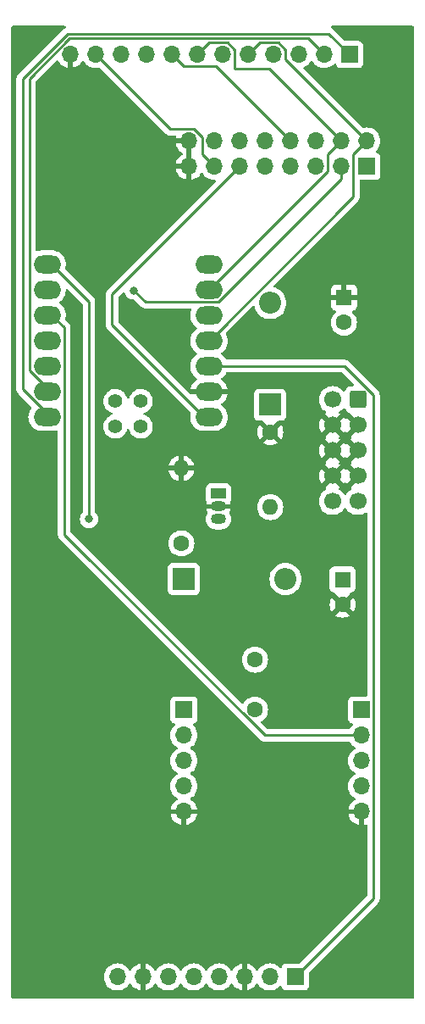
<source format=gbl>
G04 #@! TF.GenerationSoftware,KiCad,Pcbnew,(7.0.0)*
G04 #@! TF.CreationDate,2023-03-19T22:54:38+00:00*
G04 #@! TF.ProjectId,back_microlidian,6261636b-5f6d-4696-9372-6f6c69646961,rev?*
G04 #@! TF.SameCoordinates,Original*
G04 #@! TF.FileFunction,Copper,L2,Bot*
G04 #@! TF.FilePolarity,Positive*
%FSLAX46Y46*%
G04 Gerber Fmt 4.6, Leading zero omitted, Abs format (unit mm)*
G04 Created by KiCad (PCBNEW (7.0.0)) date 2023-03-19 22:54:38*
%MOMM*%
%LPD*%
G01*
G04 APERTURE LIST*
G04 Aperture macros list*
%AMRoundRect*
0 Rectangle with rounded corners*
0 $1 Rounding radius*
0 $2 $3 $4 $5 $6 $7 $8 $9 X,Y pos of 4 corners*
0 Add a 4 corners polygon primitive as box body*
4,1,4,$2,$3,$4,$5,$6,$7,$8,$9,$2,$3,0*
0 Add four circle primitives for the rounded corners*
1,1,$1+$1,$2,$3*
1,1,$1+$1,$4,$5*
1,1,$1+$1,$6,$7*
1,1,$1+$1,$8,$9*
0 Add four rect primitives between the rounded corners*
20,1,$1+$1,$2,$3,$4,$5,0*
20,1,$1+$1,$4,$5,$6,$7,0*
20,1,$1+$1,$6,$7,$8,$9,0*
20,1,$1+$1,$8,$9,$2,$3,0*%
G04 Aperture macros list end*
G04 #@! TA.AperFunction,ComponentPad*
%ADD10R,1.500000X1.050000*%
G04 #@! TD*
G04 #@! TA.AperFunction,ComponentPad*
%ADD11O,1.500000X1.050000*%
G04 #@! TD*
G04 #@! TA.AperFunction,ComponentPad*
%ADD12R,1.700000X1.700000*%
G04 #@! TD*
G04 #@! TA.AperFunction,ComponentPad*
%ADD13O,1.700000X1.700000*%
G04 #@! TD*
G04 #@! TA.AperFunction,ComponentPad*
%ADD14R,2.200000X2.200000*%
G04 #@! TD*
G04 #@! TA.AperFunction,ComponentPad*
%ADD15O,2.200000X2.200000*%
G04 #@! TD*
G04 #@! TA.AperFunction,ComponentPad*
%ADD16C,1.600000*%
G04 #@! TD*
G04 #@! TA.AperFunction,ComponentPad*
%ADD17O,1.600000X1.600000*%
G04 #@! TD*
G04 #@! TA.AperFunction,ComponentPad*
%ADD18R,1.600000X1.600000*%
G04 #@! TD*
G04 #@! TA.AperFunction,ComponentPad*
%ADD19O,2.750000X1.800000*%
G04 #@! TD*
G04 #@! TA.AperFunction,ComponentPad*
%ADD20C,1.397000*%
G04 #@! TD*
G04 #@! TA.AperFunction,ComponentPad*
%ADD21RoundRect,0.250000X0.600000X0.600000X-0.600000X0.600000X-0.600000X-0.600000X0.600000X-0.600000X0*%
G04 #@! TD*
G04 #@! TA.AperFunction,ComponentPad*
%ADD22C,1.700000*%
G04 #@! TD*
G04 #@! TA.AperFunction,ViaPad*
%ADD23C,0.800000*%
G04 #@! TD*
G04 #@! TA.AperFunction,Conductor*
%ADD24C,0.250000*%
G04 #@! TD*
G04 APERTURE END LIST*
D10*
X58974399Y-93040199D03*
D11*
X58974399Y-94310199D03*
X58974399Y-95580199D03*
D12*
X66649799Y-141299599D03*
D13*
X64109799Y-141299599D03*
X61569799Y-141299599D03*
X59029799Y-141299599D03*
X56489799Y-141299599D03*
X53949799Y-141299599D03*
X51409799Y-141299599D03*
X48869799Y-141299599D03*
D14*
X55524399Y-101549199D03*
D15*
X65684399Y-101549199D03*
D16*
X64160400Y-86877200D03*
D17*
X64160399Y-94377199D03*
D16*
X62635126Y-109613800D03*
X62635126Y-114613800D03*
D12*
X72085199Y-49174399D03*
D13*
X69545199Y-49174399D03*
X67005199Y-49174399D03*
X64465199Y-49174399D03*
X61925199Y-49174399D03*
X59385199Y-49174399D03*
X56845199Y-49174399D03*
X54305199Y-49174399D03*
X51765199Y-49174399D03*
X49225199Y-49174399D03*
X46685199Y-49174399D03*
X44145199Y-49174399D03*
D16*
X55270400Y-97993200D03*
D17*
X55270399Y-90493199D03*
D14*
X64160399Y-84150199D03*
D15*
X64160399Y-73990199D03*
D12*
X73303999Y-114630199D03*
D13*
X73303999Y-117170199D03*
X73303999Y-119710199D03*
X73303999Y-122250199D03*
X73303999Y-124790199D03*
D18*
X71399399Y-101609199D03*
D16*
X71399400Y-104109200D03*
D12*
X55523999Y-114630199D03*
D13*
X55523999Y-117170199D03*
X55523999Y-119710199D03*
X55523999Y-122250199D03*
X55523999Y-124790199D03*
D19*
X41841399Y-85369399D03*
X41841399Y-82829399D03*
X41841399Y-80289399D03*
X41841399Y-77749399D03*
X41841399Y-75209399D03*
X41841399Y-72669399D03*
X41841399Y-70129399D03*
X58031399Y-70129399D03*
X58031399Y-72669399D03*
X58031399Y-75209399D03*
X58031399Y-77749399D03*
X58031399Y-80289399D03*
X58031399Y-82829399D03*
X58031399Y-85369399D03*
D20*
X48666400Y-86321400D03*
X51206400Y-86321400D03*
X48666400Y-83781400D03*
X51206400Y-83781400D03*
D12*
X73821999Y-60346999D03*
D13*
X73821999Y-57806999D03*
X71281999Y-60346999D03*
X71281999Y-57806999D03*
X68741999Y-60346999D03*
X68741999Y-57806999D03*
X66201999Y-60346999D03*
X66201999Y-57806999D03*
X63661999Y-60346999D03*
X63661999Y-57806999D03*
X61121999Y-60346999D03*
X61121999Y-57806999D03*
X58581999Y-60346999D03*
X58581999Y-57806999D03*
X56041999Y-60346999D03*
X56041999Y-57806999D03*
D21*
X72923400Y-83642200D03*
D22*
X70383400Y-83642200D03*
X72923400Y-86182200D03*
X70383400Y-86182200D03*
X72923400Y-88722200D03*
X70383400Y-88722200D03*
X72923400Y-91262200D03*
X70383400Y-91262200D03*
X72923400Y-93802200D03*
X70383400Y-93802200D03*
D18*
X71526399Y-73440087D03*
D16*
X71526400Y-75940088D03*
D23*
X50469800Y-72745600D03*
X46024800Y-95580200D03*
D24*
X43541400Y-76434400D02*
X42316400Y-75209400D01*
X43541400Y-97111065D02*
X43541400Y-76434400D01*
X63600535Y-117170200D02*
X43541400Y-97111065D01*
X73304000Y-117170200D02*
X63600535Y-117170200D01*
X71282000Y-60347000D02*
X71282000Y-61626212D01*
X59013812Y-73894400D02*
X51669400Y-73894400D01*
X50469800Y-72694800D02*
X50520600Y-72745600D01*
X51669400Y-73894400D02*
X50520600Y-72745600D01*
X50469800Y-72745600D02*
X50469800Y-72694800D01*
X50520600Y-72745600D02*
X50469800Y-72745600D01*
X71282000Y-61626212D02*
X59013812Y-73894400D01*
X39395400Y-82590812D02*
X42173988Y-85369400D01*
X42173988Y-85369400D02*
X42316400Y-85369400D01*
X72085200Y-49174400D02*
X70010200Y-47099400D01*
X39395400Y-51626103D02*
X39395400Y-82590812D01*
X70010200Y-47099400D02*
X43922103Y-47099400D01*
X43922103Y-47099400D02*
X39395400Y-51626103D01*
X40081200Y-80736612D02*
X42173988Y-82829400D01*
X40081200Y-51576699D02*
X40081200Y-80736612D01*
X69545200Y-49174400D02*
X67920200Y-47549400D01*
X67920200Y-47549400D02*
X44108499Y-47549400D01*
X42173988Y-82829400D02*
X42316400Y-82829400D01*
X44108499Y-47549400D02*
X40081200Y-51576699D01*
X55480200Y-50349400D02*
X58744400Y-50349400D01*
X54305200Y-49174400D02*
X55480200Y-50349400D01*
X58744400Y-50349400D02*
X66202000Y-57807000D01*
X69917000Y-59172000D02*
X69917000Y-60833701D01*
X71282000Y-57807000D02*
X69917000Y-59172000D01*
X56845200Y-49174400D02*
X58020200Y-47999400D01*
X69917000Y-60833701D02*
X58081301Y-72669400D01*
X58020200Y-47999400D02*
X59871901Y-47999400D01*
X58081301Y-72669400D02*
X57556400Y-72669400D01*
X64027600Y-50552600D02*
X71282000Y-57807000D01*
X60560200Y-48687699D02*
X60560200Y-50552600D01*
X60560200Y-50552600D02*
X64027600Y-50552600D01*
X59871901Y-47999400D02*
X60560200Y-48687699D01*
X72457000Y-59172000D02*
X72457000Y-63382200D01*
X61925200Y-49174400D02*
X63100200Y-47999400D01*
X58089800Y-77749400D02*
X57556400Y-77749400D01*
X65640200Y-49625200D02*
X73822000Y-57807000D01*
X65640200Y-48687699D02*
X65640200Y-49625200D01*
X64951901Y-47999400D02*
X65640200Y-48687699D01*
X73822000Y-57807000D02*
X72457000Y-59172000D01*
X63100200Y-47999400D02*
X64951901Y-47999400D01*
X72457000Y-63382200D02*
X58089800Y-77749400D01*
X46024800Y-95580200D02*
X46024800Y-73837800D01*
X46024800Y-73837800D02*
X42316400Y-70129400D01*
X48335800Y-73133200D02*
X48335800Y-76148800D01*
X48335800Y-76148800D02*
X57556400Y-85369400D01*
X61122000Y-60347000D02*
X48335800Y-73133200D01*
X66649800Y-141299600D02*
X74479000Y-133470400D01*
X46685200Y-49174400D02*
X54142800Y-56632000D01*
X71583773Y-80289400D02*
X57556400Y-80289400D01*
X57327800Y-57431099D02*
X57327800Y-59092800D01*
X74479000Y-133470400D02*
X74479000Y-83184627D01*
X54142800Y-56632000D02*
X56528701Y-56632000D01*
X56528701Y-56632000D02*
X57327800Y-57431099D01*
X74479000Y-83184627D02*
X71583773Y-80289400D01*
X57327800Y-59092800D02*
X58582000Y-60347000D01*
G04 #@! TA.AperFunction,Conductor*
G36*
X43658804Y-46313375D02*
G01*
X43704156Y-46358446D01*
X43721024Y-46420121D01*
X43704922Y-46481999D01*
X43660133Y-46527630D01*
X43654460Y-46530984D01*
X43637007Y-46539534D01*
X43625622Y-46544042D01*
X43625616Y-46544044D01*
X43618371Y-46546914D01*
X43612066Y-46551494D01*
X43612058Y-46551499D01*
X43583035Y-46572585D01*
X43573277Y-46578995D01*
X43542399Y-46597257D01*
X43542393Y-46597261D01*
X43535683Y-46601230D01*
X43530170Y-46606741D01*
X43530163Y-46606748D01*
X43521513Y-46615398D01*
X43506730Y-46628024D01*
X43496829Y-46635217D01*
X43496819Y-46635226D01*
X43490516Y-46639806D01*
X43485547Y-46645811D01*
X43485544Y-46645815D01*
X43462675Y-46673459D01*
X43454814Y-46682097D01*
X39008096Y-51128814D01*
X38999911Y-51136262D01*
X38993523Y-51140317D01*
X38988188Y-51145997D01*
X38988183Y-51146002D01*
X38947496Y-51189328D01*
X38944792Y-51192119D01*
X38928028Y-51208883D01*
X38928021Y-51208890D01*
X38925280Y-51211632D01*
X38922900Y-51214699D01*
X38922889Y-51214712D01*
X38922800Y-51214828D01*
X38915242Y-51223673D01*
X38890680Y-51249830D01*
X38890673Y-51249839D01*
X38885338Y-51255521D01*
X38881582Y-51262352D01*
X38881579Y-51262357D01*
X38875685Y-51273078D01*
X38865009Y-51289330D01*
X38857509Y-51298999D01*
X38857501Y-51299010D01*
X38852727Y-51305167D01*
X38849634Y-51312311D01*
X38849629Y-51312322D01*
X38835374Y-51345263D01*
X38830238Y-51355746D01*
X38809203Y-51394011D01*
X38807264Y-51401559D01*
X38807263Y-51401564D01*
X38804222Y-51413410D01*
X38797921Y-51431814D01*
X38793058Y-51443051D01*
X38793056Y-51443055D01*
X38789962Y-51450207D01*
X38788742Y-51457906D01*
X38788742Y-51457908D01*
X38783129Y-51493344D01*
X38780761Y-51504779D01*
X38771838Y-51539531D01*
X38771836Y-51539539D01*
X38769900Y-51547084D01*
X38769900Y-51554880D01*
X38769900Y-51567120D01*
X38768374Y-51586505D01*
X38765240Y-51606299D01*
X38765974Y-51614064D01*
X38765974Y-51614067D01*
X38769350Y-51649779D01*
X38769900Y-51661448D01*
X38769900Y-82513037D01*
X38769378Y-82524092D01*
X38767727Y-82531479D01*
X38767971Y-82539265D01*
X38767971Y-82539273D01*
X38769839Y-82598685D01*
X38769900Y-82602580D01*
X38769900Y-82630162D01*
X38770388Y-82634031D01*
X38770389Y-82634037D01*
X38770404Y-82634155D01*
X38771318Y-82645778D01*
X38772445Y-82681642D01*
X38772446Y-82681649D01*
X38772691Y-82689439D01*
X38774866Y-82696926D01*
X38774867Y-82696930D01*
X38778278Y-82708669D01*
X38782224Y-82727722D01*
X38783758Y-82739868D01*
X38783759Y-82739872D01*
X38784736Y-82747604D01*
X38787603Y-82754847D01*
X38787606Y-82754856D01*
X38800814Y-82788216D01*
X38804597Y-82799263D01*
X38816782Y-82841202D01*
X38820753Y-82847917D01*
X38820754Y-82847919D01*
X38826981Y-82858449D01*
X38835536Y-82875911D01*
X38840042Y-82887292D01*
X38840043Y-82887295D01*
X38842914Y-82894544D01*
X38853125Y-82908598D01*
X38868581Y-82929872D01*
X38874993Y-82939634D01*
X38893256Y-82970514D01*
X38893259Y-82970519D01*
X38897230Y-82977232D01*
X38902744Y-82982746D01*
X38902745Y-82982747D01*
X38911390Y-82991392D01*
X38924026Y-83006186D01*
X38931219Y-83016087D01*
X38931223Y-83016091D01*
X38935806Y-83022399D01*
X38941815Y-83027370D01*
X38941816Y-83027371D01*
X38969458Y-83050238D01*
X38978099Y-83058101D01*
X40256791Y-84336794D01*
X40287149Y-84386491D01*
X40291472Y-84444565D01*
X40268806Y-84498209D01*
X40172655Y-84628215D01*
X40169521Y-84632453D01*
X40167152Y-84637150D01*
X40167148Y-84637158D01*
X40065533Y-84838702D01*
X40062193Y-84845326D01*
X40060652Y-84850356D01*
X40060651Y-84850360D01*
X39993926Y-85068240D01*
X39993924Y-85068246D01*
X39992384Y-85073277D01*
X39991715Y-85078498D01*
X39991715Y-85078500D01*
X39970199Y-85246520D01*
X39962102Y-85309746D01*
X39962325Y-85315000D01*
X39962325Y-85315005D01*
X39971717Y-85536096D01*
X39972220Y-85547932D01*
X39973327Y-85553073D01*
X39973329Y-85553081D01*
X40021335Y-85775828D01*
X40022446Y-85780981D01*
X40111336Y-86002190D01*
X40114092Y-86006666D01*
X40114093Y-86006668D01*
X40233572Y-86200715D01*
X40233575Y-86200719D01*
X40236331Y-86205195D01*
X40239804Y-86209141D01*
X40239807Y-86209145D01*
X40249608Y-86220281D01*
X40393836Y-86384155D01*
X40579320Y-86533923D01*
X40787446Y-86650190D01*
X41012229Y-86729611D01*
X41247200Y-86769900D01*
X42373266Y-86769900D01*
X42375897Y-86769900D01*
X42553941Y-86754746D01*
X42760657Y-86700921D01*
X42816736Y-86699434D01*
X42867734Y-86722813D01*
X42903209Y-86766274D01*
X42915900Y-86820921D01*
X42915900Y-97033290D01*
X42915378Y-97044345D01*
X42913727Y-97051732D01*
X42913971Y-97059518D01*
X42913971Y-97059526D01*
X42915839Y-97118938D01*
X42915900Y-97122833D01*
X42915900Y-97150415D01*
X42916388Y-97154284D01*
X42916389Y-97154290D01*
X42916404Y-97154408D01*
X42917318Y-97166031D01*
X42918445Y-97201895D01*
X42918446Y-97201902D01*
X42918691Y-97209692D01*
X42920867Y-97217184D01*
X42920868Y-97217186D01*
X42924279Y-97228927D01*
X42928225Y-97247980D01*
X42930736Y-97267857D01*
X42933606Y-97275107D01*
X42933608Y-97275113D01*
X42946814Y-97308469D01*
X42950597Y-97319516D01*
X42962782Y-97361455D01*
X42966753Y-97368170D01*
X42966754Y-97368172D01*
X42972981Y-97378702D01*
X42981536Y-97396164D01*
X42986042Y-97407545D01*
X42986043Y-97407548D01*
X42988914Y-97414797D01*
X43010840Y-97444977D01*
X43014581Y-97450125D01*
X43020993Y-97459887D01*
X43039256Y-97490767D01*
X43039259Y-97490772D01*
X43043230Y-97497485D01*
X43048745Y-97503000D01*
X43057390Y-97511645D01*
X43070026Y-97526439D01*
X43077219Y-97536340D01*
X43077223Y-97536344D01*
X43081806Y-97542652D01*
X43087815Y-97547623D01*
X43087816Y-97547624D01*
X43115458Y-97570491D01*
X43124099Y-97578354D01*
X63103242Y-117557497D01*
X63110691Y-117565683D01*
X63114749Y-117572077D01*
X63120434Y-117577415D01*
X63120436Y-117577418D01*
X63163774Y-117618115D01*
X63166571Y-117620826D01*
X63186065Y-117640320D01*
X63189150Y-117642713D01*
X63189236Y-117642780D01*
X63198108Y-117650358D01*
X63229953Y-117680262D01*
X63236783Y-117684017D01*
X63236786Y-117684019D01*
X63247506Y-117689912D01*
X63263757Y-117700586D01*
X63279599Y-117712874D01*
X63286756Y-117715971D01*
X63286758Y-117715972D01*
X63319690Y-117730222D01*
X63330185Y-117735364D01*
X63368443Y-117756397D01*
X63387847Y-117761379D01*
X63406249Y-117767680D01*
X63417476Y-117772538D01*
X63424640Y-117775638D01*
X63462232Y-117781591D01*
X63467774Y-117782469D01*
X63479217Y-117784839D01*
X63513960Y-117793760D01*
X63513961Y-117793760D01*
X63521516Y-117795700D01*
X63541552Y-117795700D01*
X63560937Y-117797225D01*
X63580731Y-117800360D01*
X63618811Y-117796760D01*
X63624211Y-117796250D01*
X63635880Y-117795700D01*
X72028772Y-117795700D01*
X72086029Y-117809711D01*
X72130347Y-117848576D01*
X72262399Y-118037166D01*
X72262402Y-118037170D01*
X72265505Y-118041601D01*
X72432599Y-118208695D01*
X72437032Y-118211799D01*
X72437038Y-118211804D01*
X72618158Y-118338625D01*
X72657024Y-118382943D01*
X72671035Y-118440200D01*
X72657024Y-118497457D01*
X72618159Y-118541775D01*
X72437041Y-118668595D01*
X72432599Y-118671705D01*
X72428775Y-118675528D01*
X72428769Y-118675534D01*
X72269334Y-118834969D01*
X72269328Y-118834975D01*
X72265505Y-118838799D01*
X72262402Y-118843229D01*
X72262399Y-118843234D01*
X72133073Y-119027931D01*
X72133068Y-119027938D01*
X72129965Y-119032371D01*
X72127677Y-119037277D01*
X72127675Y-119037281D01*
X72032386Y-119241627D01*
X72032383Y-119241632D01*
X72030097Y-119246537D01*
X72028698Y-119251757D01*
X72028694Y-119251769D01*
X71970337Y-119469565D01*
X71970335Y-119469571D01*
X71968937Y-119474792D01*
X71948341Y-119710200D01*
X71968937Y-119945608D01*
X71970336Y-119950830D01*
X71970337Y-119950834D01*
X72028694Y-120168630D01*
X72028697Y-120168638D01*
X72030097Y-120173863D01*
X72032385Y-120178770D01*
X72032386Y-120178772D01*
X72127678Y-120383127D01*
X72127681Y-120383133D01*
X72129965Y-120388030D01*
X72133064Y-120392457D01*
X72133066Y-120392459D01*
X72262399Y-120577166D01*
X72262402Y-120577170D01*
X72265505Y-120581601D01*
X72432599Y-120748695D01*
X72437032Y-120751799D01*
X72437038Y-120751804D01*
X72618158Y-120878625D01*
X72657024Y-120922943D01*
X72671035Y-120980200D01*
X72657024Y-121037457D01*
X72618159Y-121081775D01*
X72437041Y-121208595D01*
X72432599Y-121211705D01*
X72428775Y-121215528D01*
X72428769Y-121215534D01*
X72269334Y-121374969D01*
X72269328Y-121374975D01*
X72265505Y-121378799D01*
X72262402Y-121383229D01*
X72262399Y-121383234D01*
X72133073Y-121567931D01*
X72133068Y-121567938D01*
X72129965Y-121572371D01*
X72127677Y-121577277D01*
X72127675Y-121577281D01*
X72032386Y-121781627D01*
X72032383Y-121781632D01*
X72030097Y-121786537D01*
X72028698Y-121791757D01*
X72028694Y-121791769D01*
X71970337Y-122009565D01*
X71970335Y-122009571D01*
X71968937Y-122014792D01*
X71948341Y-122250200D01*
X71968937Y-122485608D01*
X71970336Y-122490830D01*
X71970337Y-122490834D01*
X72028694Y-122708630D01*
X72028697Y-122708638D01*
X72030097Y-122713863D01*
X72032385Y-122718770D01*
X72032386Y-122718772D01*
X72127678Y-122923127D01*
X72127681Y-122923133D01*
X72129965Y-122928030D01*
X72133064Y-122932457D01*
X72133066Y-122932459D01*
X72262399Y-123117166D01*
X72262402Y-123117170D01*
X72265505Y-123121601D01*
X72432599Y-123288695D01*
X72437031Y-123291798D01*
X72437033Y-123291800D01*
X72618595Y-123418931D01*
X72657460Y-123463249D01*
X72671471Y-123520506D01*
X72657460Y-123577763D01*
X72618595Y-123622081D01*
X72437352Y-123748988D01*
X72429092Y-123755919D01*
X72269719Y-123915292D01*
X72262784Y-123923557D01*
X72133508Y-124108182D01*
X72128110Y-124117532D01*
X72032856Y-124321802D01*
X72029168Y-124331936D01*
X71977056Y-124526419D01*
X71976688Y-124537648D01*
X71987631Y-124540200D01*
X73430000Y-124540200D01*
X73492000Y-124556813D01*
X73537387Y-124602200D01*
X73554000Y-124664200D01*
X73554000Y-126106569D01*
X73556551Y-126117511D01*
X73567780Y-126117143D01*
X73697406Y-126082410D01*
X73753691Y-126080568D01*
X73804986Y-126103809D01*
X73840712Y-126147341D01*
X73853500Y-126202185D01*
X73853500Y-133159948D01*
X73844061Y-133207401D01*
X73817181Y-133247629D01*
X67152026Y-139912781D01*
X67111798Y-139939661D01*
X67064345Y-139949100D01*
X65755239Y-139949100D01*
X65755220Y-139949100D01*
X65751928Y-139949101D01*
X65748650Y-139949453D01*
X65748638Y-139949454D01*
X65700031Y-139954679D01*
X65700025Y-139954680D01*
X65692317Y-139955509D01*
X65685052Y-139958218D01*
X65685046Y-139958220D01*
X65565780Y-140002704D01*
X65565778Y-140002704D01*
X65557469Y-140005804D01*
X65550372Y-140011116D01*
X65550368Y-140011119D01*
X65449350Y-140086741D01*
X65449346Y-140086744D01*
X65442254Y-140092054D01*
X65436944Y-140099146D01*
X65436941Y-140099150D01*
X65361319Y-140200168D01*
X65361316Y-140200172D01*
X65356004Y-140207269D01*
X65352904Y-140215578D01*
X65352905Y-140215578D01*
X65306989Y-140338683D01*
X65272010Y-140389062D01*
X65217165Y-140416515D01*
X65155872Y-140414326D01*
X65103126Y-140383030D01*
X64985032Y-140264936D01*
X64985030Y-140264934D01*
X64981201Y-140261105D01*
X64976770Y-140258002D01*
X64976766Y-140257999D01*
X64792059Y-140128666D01*
X64792057Y-140128664D01*
X64787630Y-140125565D01*
X64782733Y-140123281D01*
X64782727Y-140123278D01*
X64578372Y-140027986D01*
X64578370Y-140027985D01*
X64573463Y-140025697D01*
X64568238Y-140024297D01*
X64568230Y-140024294D01*
X64350434Y-139965937D01*
X64350430Y-139965936D01*
X64345208Y-139964537D01*
X64339820Y-139964065D01*
X64339817Y-139964065D01*
X64115195Y-139944413D01*
X64109800Y-139943941D01*
X64104405Y-139944413D01*
X63879782Y-139964065D01*
X63879777Y-139964065D01*
X63874392Y-139964537D01*
X63869171Y-139965935D01*
X63869165Y-139965937D01*
X63651369Y-140024294D01*
X63651357Y-140024298D01*
X63646137Y-140025697D01*
X63641232Y-140027983D01*
X63641227Y-140027986D01*
X63436881Y-140123275D01*
X63436877Y-140123277D01*
X63431971Y-140125565D01*
X63427538Y-140128668D01*
X63427531Y-140128673D01*
X63242834Y-140257999D01*
X63242829Y-140258002D01*
X63238399Y-140261105D01*
X63234575Y-140264928D01*
X63234569Y-140264934D01*
X63075134Y-140424369D01*
X63075128Y-140424375D01*
X63071305Y-140428199D01*
X63068203Y-140432628D01*
X63068203Y-140432629D01*
X62941069Y-140614196D01*
X62896751Y-140653061D01*
X62839494Y-140667072D01*
X62782237Y-140653061D01*
X62737919Y-140614195D01*
X62611015Y-140432957D01*
X62604080Y-140424692D01*
X62444709Y-140265321D01*
X62436443Y-140258384D01*
X62251808Y-140129101D01*
X62242476Y-140123713D01*
X62038197Y-140028456D01*
X62028063Y-140024768D01*
X61833580Y-139972656D01*
X61822351Y-139972288D01*
X61819800Y-139983231D01*
X61819800Y-142615969D01*
X61822351Y-142626911D01*
X61833580Y-142626543D01*
X62028063Y-142574431D01*
X62038197Y-142570743D01*
X62242476Y-142475486D01*
X62251808Y-142470098D01*
X62436443Y-142340815D01*
X62444709Y-142333878D01*
X62604078Y-142174509D01*
X62611019Y-142166238D01*
X62737919Y-141985006D01*
X62782237Y-141946140D01*
X62839494Y-141932129D01*
X62896751Y-141946140D01*
X62941069Y-141985005D01*
X63068199Y-142166566D01*
X63068202Y-142166570D01*
X63071305Y-142171001D01*
X63238399Y-142338095D01*
X63242831Y-142341198D01*
X63242833Y-142341200D01*
X63387060Y-142442189D01*
X63431970Y-142473635D01*
X63646137Y-142573503D01*
X63874392Y-142634663D01*
X64109800Y-142655259D01*
X64345208Y-142634663D01*
X64573463Y-142573503D01*
X64787630Y-142473635D01*
X64981201Y-142338095D01*
X65103129Y-142216166D01*
X65155872Y-142184873D01*
X65217165Y-142182684D01*
X65272010Y-142210137D01*
X65306989Y-142260516D01*
X65356004Y-142391931D01*
X65361318Y-142399030D01*
X65361319Y-142399031D01*
X65417167Y-142473635D01*
X65442254Y-142507146D01*
X65557469Y-142593396D01*
X65692317Y-142643691D01*
X65751927Y-142650100D01*
X67547672Y-142650099D01*
X67607283Y-142643691D01*
X67742131Y-142593396D01*
X67857346Y-142507146D01*
X67943596Y-142391931D01*
X67993891Y-142257083D01*
X68000300Y-142197473D01*
X68000299Y-140885050D01*
X68009738Y-140837598D01*
X68036615Y-140797373D01*
X74866311Y-133967678D01*
X74874481Y-133960244D01*
X74880877Y-133956186D01*
X74926918Y-133907156D01*
X74929535Y-133904454D01*
X74949120Y-133884871D01*
X74951585Y-133881692D01*
X74959167Y-133872816D01*
X74989062Y-133840982D01*
X74998713Y-133823423D01*
X75009390Y-133807170D01*
X75021673Y-133791336D01*
X75039026Y-133751232D01*
X75044158Y-133740761D01*
X75061435Y-133709335D01*
X75061435Y-133709334D01*
X75065197Y-133702492D01*
X75070177Y-133683091D01*
X75076481Y-133664681D01*
X75084438Y-133646296D01*
X75091272Y-133603141D01*
X75093638Y-133591721D01*
X75102560Y-133556974D01*
X75104500Y-133549419D01*
X75104500Y-133529383D01*
X75106025Y-133509997D01*
X75109160Y-133490204D01*
X75105050Y-133446724D01*
X75104500Y-133435055D01*
X75104500Y-83262398D01*
X75105020Y-83251345D01*
X75106672Y-83243959D01*
X75104561Y-83176771D01*
X75104500Y-83172877D01*
X75104500Y-83149172D01*
X75104500Y-83145277D01*
X75103998Y-83141308D01*
X75103080Y-83129651D01*
X75102783Y-83120193D01*
X75101709Y-83086000D01*
X75096119Y-83066762D01*
X75092175Y-83047718D01*
X75089664Y-83027835D01*
X75073582Y-82987218D01*
X75069798Y-82976166D01*
X75068156Y-82970514D01*
X75057617Y-82934237D01*
X75053645Y-82927521D01*
X75053643Y-82927516D01*
X75047422Y-82916997D01*
X75038860Y-82899519D01*
X75034360Y-82888154D01*
X75034359Y-82888153D01*
X75031486Y-82880895D01*
X75005812Y-82845558D01*
X74999409Y-82835811D01*
X74977170Y-82798206D01*
X74963006Y-82784042D01*
X74950368Y-82769245D01*
X74943184Y-82759356D01*
X74943178Y-82759350D01*
X74938594Y-82753040D01*
X74904946Y-82725204D01*
X74896305Y-82717341D01*
X72081059Y-79902095D01*
X72073615Y-79893914D01*
X72069559Y-79887523D01*
X72020548Y-79841498D01*
X72017751Y-79838787D01*
X72001000Y-79822036D01*
X72000999Y-79822035D01*
X71998244Y-79819280D01*
X71995063Y-79816812D01*
X71986187Y-79809230D01*
X71960042Y-79784678D01*
X71960040Y-79784676D01*
X71954355Y-79779338D01*
X71947522Y-79775582D01*
X71947516Y-79775577D01*
X71936798Y-79769685D01*
X71920539Y-79759006D01*
X71910868Y-79751504D01*
X71910865Y-79751502D01*
X71904709Y-79746727D01*
X71897552Y-79743629D01*
X71897549Y-79743628D01*
X71864622Y-79729378D01*
X71854136Y-79724241D01*
X71822705Y-79706962D01*
X71822696Y-79706958D01*
X71815865Y-79703203D01*
X71808308Y-79701262D01*
X71808304Y-79701261D01*
X71796461Y-79698220D01*
X71778057Y-79691919D01*
X71766830Y-79687060D01*
X71766823Y-79687058D01*
X71759669Y-79683962D01*
X71751965Y-79682741D01*
X71751963Y-79682741D01*
X71716532Y-79677129D01*
X71705097Y-79674761D01*
X71670344Y-79665838D01*
X71670336Y-79665837D01*
X71662792Y-79663900D01*
X71654996Y-79663900D01*
X71642756Y-79663900D01*
X71623370Y-79662374D01*
X71603577Y-79659240D01*
X71595811Y-79659974D01*
X71595808Y-79659974D01*
X71560097Y-79663350D01*
X71548428Y-79663900D01*
X59835224Y-79663900D01*
X59774750Y-79648154D01*
X59729634Y-79604914D01*
X59639227Y-79458084D01*
X59639225Y-79458082D01*
X59636469Y-79453605D01*
X59478964Y-79274645D01*
X59293480Y-79124877D01*
X59288885Y-79122310D01*
X59284512Y-79119354D01*
X59285733Y-79117547D01*
X59248206Y-79081395D01*
X59230043Y-79021694D01*
X59243257Y-78960707D01*
X59284500Y-78913880D01*
X59389403Y-78842979D01*
X59561518Y-78678021D01*
X59703279Y-78486347D01*
X59810607Y-78273474D01*
X59880416Y-78045523D01*
X59910698Y-77809054D01*
X59900580Y-77570868D01*
X59850354Y-77337819D01*
X59761464Y-77116610D01*
X59758703Y-77112125D01*
X59754033Y-77104540D01*
X59736321Y-77052662D01*
X59742706Y-76998217D01*
X59771940Y-76951848D01*
X60783700Y-75940088D01*
X70220932Y-75940088D01*
X70221404Y-75945483D01*
X70240221Y-76160568D01*
X70240765Y-76166780D01*
X70242162Y-76171995D01*
X70242164Y-76172004D01*
X70298258Y-76381351D01*
X70298261Y-76381359D01*
X70299661Y-76386584D01*
X70301949Y-76391491D01*
X70301950Y-76391493D01*
X70317375Y-76424572D01*
X70395832Y-76592822D01*
X70398939Y-76597259D01*
X70398940Y-76597261D01*
X70437877Y-76652869D01*
X70526353Y-76779227D01*
X70687261Y-76940135D01*
X70873666Y-77070656D01*
X71079904Y-77166827D01*
X71299708Y-77225723D01*
X71526400Y-77245556D01*
X71753092Y-77225723D01*
X71972896Y-77166827D01*
X72179134Y-77070656D01*
X72365539Y-76940135D01*
X72526447Y-76779227D01*
X72656968Y-76592822D01*
X72753139Y-76386584D01*
X72812035Y-76166780D01*
X72831868Y-75940088D01*
X72812035Y-75713396D01*
X72753139Y-75493592D01*
X72656968Y-75287354D01*
X72526447Y-75100949D01*
X72368089Y-74942591D01*
X72335760Y-74886111D01*
X72336486Y-74821037D01*
X72370068Y-74765293D01*
X72427256Y-74734233D01*
X72441044Y-74730975D01*
X72560177Y-74686540D01*
X72575589Y-74678125D01*
X72676492Y-74602589D01*
X72688901Y-74590180D01*
X72764437Y-74489277D01*
X72772852Y-74473865D01*
X72817288Y-74354729D01*
X72820826Y-74339755D01*
X72826047Y-74291201D01*
X72826400Y-74284606D01*
X72826400Y-73706414D01*
X72822949Y-73693538D01*
X72810074Y-73690088D01*
X70242726Y-73690088D01*
X70229850Y-73693538D01*
X70226400Y-73706414D01*
X70226400Y-74284606D01*
X70226753Y-74291201D01*
X70231973Y-74339755D01*
X70235511Y-74354729D01*
X70279947Y-74473865D01*
X70288362Y-74489277D01*
X70363898Y-74590180D01*
X70376307Y-74602589D01*
X70477210Y-74678125D01*
X70492622Y-74686540D01*
X70611754Y-74730974D01*
X70625544Y-74734233D01*
X70682731Y-74765293D01*
X70716313Y-74821037D01*
X70717039Y-74886111D01*
X70684711Y-74942591D01*
X70526353Y-75100949D01*
X70523250Y-75105379D01*
X70523247Y-75105384D01*
X70398940Y-75282914D01*
X70398935Y-75282921D01*
X70395832Y-75287354D01*
X70393544Y-75292260D01*
X70393542Y-75292264D01*
X70301950Y-75488682D01*
X70301947Y-75488687D01*
X70299661Y-75493592D01*
X70298262Y-75498812D01*
X70298258Y-75498824D01*
X70242164Y-75708171D01*
X70242162Y-75708182D01*
X70240765Y-75713396D01*
X70240293Y-75718781D01*
X70240293Y-75718786D01*
X70225340Y-75889709D01*
X70220932Y-75940088D01*
X60783700Y-75940088D01*
X62400288Y-74323500D01*
X62456658Y-74291201D01*
X62521626Y-74291839D01*
X62577353Y-74325240D01*
X62608541Y-74382236D01*
X62632389Y-74481574D01*
X62632391Y-74481582D01*
X62633527Y-74486311D01*
X62729934Y-74719059D01*
X62732481Y-74723216D01*
X62732482Y-74723217D01*
X62859017Y-74929704D01*
X62859022Y-74929711D01*
X62861564Y-74933859D01*
X62864724Y-74937558D01*
X62864727Y-74937563D01*
X63001001Y-75097119D01*
X63025176Y-75125424D01*
X63216741Y-75289036D01*
X63220891Y-75291579D01*
X63220895Y-75291582D01*
X63332700Y-75360096D01*
X63431541Y-75420666D01*
X63664289Y-75517073D01*
X63909252Y-75575883D01*
X64160400Y-75595649D01*
X64411548Y-75575883D01*
X64656511Y-75517073D01*
X64889259Y-75420666D01*
X65104059Y-75289036D01*
X65295624Y-75125424D01*
X65459236Y-74933859D01*
X65590866Y-74719059D01*
X65687273Y-74486311D01*
X65746083Y-74241348D01*
X65765849Y-73990200D01*
X65746083Y-73739052D01*
X65687273Y-73494089D01*
X65590866Y-73261341D01*
X65537197Y-73173762D01*
X70226400Y-73173762D01*
X70229850Y-73186637D01*
X70242726Y-73190088D01*
X71260074Y-73190088D01*
X71272949Y-73186637D01*
X71276400Y-73173762D01*
X71776400Y-73173762D01*
X71779850Y-73186637D01*
X71792726Y-73190088D01*
X72810074Y-73190088D01*
X72822949Y-73186637D01*
X72826400Y-73173762D01*
X72826400Y-72595570D01*
X72826046Y-72588973D01*
X72820826Y-72540420D01*
X72817288Y-72525446D01*
X72772852Y-72406310D01*
X72764437Y-72390898D01*
X72688901Y-72289995D01*
X72676492Y-72277586D01*
X72575589Y-72202050D01*
X72560177Y-72193635D01*
X72441041Y-72149199D01*
X72426067Y-72145661D01*
X72377514Y-72140441D01*
X72370918Y-72140088D01*
X71792726Y-72140088D01*
X71779850Y-72143538D01*
X71776400Y-72156414D01*
X71776400Y-73173762D01*
X71276400Y-73173762D01*
X71276400Y-72156414D01*
X71272949Y-72143538D01*
X71260074Y-72140088D01*
X70681882Y-72140088D01*
X70675285Y-72140441D01*
X70626732Y-72145661D01*
X70611758Y-72149199D01*
X70492622Y-72193635D01*
X70477210Y-72202050D01*
X70376307Y-72277586D01*
X70363898Y-72289995D01*
X70288362Y-72390898D01*
X70279947Y-72406310D01*
X70235511Y-72525446D01*
X70231973Y-72540420D01*
X70226753Y-72588973D01*
X70226400Y-72595570D01*
X70226400Y-73173762D01*
X65537197Y-73173762D01*
X65500205Y-73113396D01*
X65461782Y-73050695D01*
X65461779Y-73050691D01*
X65459236Y-73046541D01*
X65429629Y-73011876D01*
X65298784Y-72858676D01*
X65295624Y-72854976D01*
X65218054Y-72788725D01*
X65107763Y-72694527D01*
X65107758Y-72694524D01*
X65104059Y-72691364D01*
X65099911Y-72688822D01*
X65099904Y-72688817D01*
X64893417Y-72562282D01*
X64893416Y-72562281D01*
X64889259Y-72559734D01*
X64656511Y-72463327D01*
X64651782Y-72462191D01*
X64651774Y-72462189D01*
X64552436Y-72438341D01*
X64495440Y-72407153D01*
X64462039Y-72351426D01*
X64461401Y-72286458D01*
X64493700Y-72230088D01*
X72844311Y-63879478D01*
X72852481Y-63872044D01*
X72858877Y-63867986D01*
X72904918Y-63818956D01*
X72907535Y-63816254D01*
X72927120Y-63796671D01*
X72929585Y-63793492D01*
X72937167Y-63784616D01*
X72967062Y-63752782D01*
X72976713Y-63735223D01*
X72987390Y-63718970D01*
X72999673Y-63703136D01*
X73017018Y-63663052D01*
X73022151Y-63652571D01*
X73043197Y-63614292D01*
X73048179Y-63594884D01*
X73054482Y-63576476D01*
X73062437Y-63558096D01*
X73069271Y-63514944D01*
X73071633Y-63503538D01*
X73082500Y-63461219D01*
X73082500Y-63441183D01*
X73084027Y-63421785D01*
X73085939Y-63409713D01*
X73085938Y-63409713D01*
X73087160Y-63402004D01*
X73083050Y-63358524D01*
X73082500Y-63346855D01*
X73082500Y-61821500D01*
X73099113Y-61759500D01*
X73144500Y-61714113D01*
X73206500Y-61697500D01*
X74677276Y-61697499D01*
X74719872Y-61697499D01*
X74779483Y-61691091D01*
X74914331Y-61640796D01*
X75029546Y-61554546D01*
X75115796Y-61439331D01*
X75166091Y-61304483D01*
X75172500Y-61244873D01*
X75172499Y-59449128D01*
X75166091Y-59389517D01*
X75115796Y-59254669D01*
X75029546Y-59139454D01*
X74914331Y-59053204D01*
X74835350Y-59023746D01*
X74782916Y-59004189D01*
X74732537Y-58969210D01*
X74705084Y-58914365D01*
X74707273Y-58853072D01*
X74738566Y-58800329D01*
X74860495Y-58678401D01*
X74996035Y-58484830D01*
X75095903Y-58270663D01*
X75157063Y-58042408D01*
X75177659Y-57807000D01*
X75157063Y-57571592D01*
X75095903Y-57343337D01*
X74996035Y-57129171D01*
X74860495Y-56935599D01*
X74693401Y-56768505D01*
X74688967Y-56765400D01*
X74688966Y-56765399D01*
X74504259Y-56636066D01*
X74504257Y-56636064D01*
X74499830Y-56632965D01*
X74494933Y-56630681D01*
X74494927Y-56630678D01*
X74290572Y-56535386D01*
X74290570Y-56535385D01*
X74285663Y-56533097D01*
X74280438Y-56531697D01*
X74280430Y-56531694D01*
X74062634Y-56473337D01*
X74062630Y-56473336D01*
X74057408Y-56471937D01*
X74052020Y-56471465D01*
X74052017Y-56471465D01*
X73827395Y-56451813D01*
X73822000Y-56451341D01*
X73816605Y-56451813D01*
X73591982Y-56471465D01*
X73591977Y-56471465D01*
X73586592Y-56471937D01*
X73581370Y-56473335D01*
X73581365Y-56473337D01*
X73486126Y-56498856D01*
X73421939Y-56498856D01*
X73366352Y-56466762D01*
X67511585Y-50611994D01*
X67481005Y-50561600D01*
X67477150Y-50502780D01*
X67500890Y-50448826D01*
X67546860Y-50411931D01*
X67683030Y-50348435D01*
X67876601Y-50212895D01*
X68043695Y-50045801D01*
X68173624Y-49860242D01*
X68217943Y-49821376D01*
X68275200Y-49807365D01*
X68332457Y-49821376D01*
X68376775Y-49860242D01*
X68503595Y-50041361D01*
X68503601Y-50041368D01*
X68506705Y-50045801D01*
X68673799Y-50212895D01*
X68678231Y-50215998D01*
X68678233Y-50216000D01*
X68774929Y-50283707D01*
X68867370Y-50348435D01*
X68872270Y-50350720D01*
X68872272Y-50350721D01*
X68924015Y-50374849D01*
X69081537Y-50448303D01*
X69309792Y-50509463D01*
X69545200Y-50530059D01*
X69780608Y-50509463D01*
X70008863Y-50448303D01*
X70223030Y-50348435D01*
X70416601Y-50212895D01*
X70538529Y-50090966D01*
X70591272Y-50059673D01*
X70652565Y-50057484D01*
X70707410Y-50084937D01*
X70742389Y-50135316D01*
X70791404Y-50266731D01*
X70796718Y-50273830D01*
X70796719Y-50273831D01*
X70852567Y-50348435D01*
X70877654Y-50381946D01*
X70992869Y-50468196D01*
X71127717Y-50518491D01*
X71187327Y-50524900D01*
X72983072Y-50524899D01*
X73042683Y-50518491D01*
X73177531Y-50468196D01*
X73292746Y-50381946D01*
X73378996Y-50266731D01*
X73429291Y-50131883D01*
X73435700Y-50072273D01*
X73435699Y-48276528D01*
X73429291Y-48216917D01*
X73378996Y-48082069D01*
X73292746Y-47966854D01*
X73177531Y-47880604D01*
X73107165Y-47854359D01*
X73049952Y-47833020D01*
X73049950Y-47833019D01*
X73042683Y-47830309D01*
X73034970Y-47829479D01*
X73034967Y-47829479D01*
X72986380Y-47824255D01*
X72986369Y-47824254D01*
X72983073Y-47823900D01*
X72979751Y-47823900D01*
X71670653Y-47823900D01*
X71623200Y-47814461D01*
X71582972Y-47787581D01*
X70507486Y-46712095D01*
X70500042Y-46703914D01*
X70495986Y-46697523D01*
X70446975Y-46651498D01*
X70444178Y-46648787D01*
X70427427Y-46632036D01*
X70424671Y-46629280D01*
X70421490Y-46626812D01*
X70412614Y-46619230D01*
X70386469Y-46594678D01*
X70386467Y-46594676D01*
X70380782Y-46589338D01*
X70373949Y-46585582D01*
X70373943Y-46585577D01*
X70363225Y-46579685D01*
X70346966Y-46569006D01*
X70337295Y-46561504D01*
X70337292Y-46561502D01*
X70331136Y-46556727D01*
X70323979Y-46553629D01*
X70323976Y-46553628D01*
X70291049Y-46539378D01*
X70280569Y-46534245D01*
X70272040Y-46529557D01*
X70225440Y-46484687D01*
X70207779Y-46422454D01*
X70223864Y-46359795D01*
X70269318Y-46313764D01*
X70331769Y-46296890D01*
X78396468Y-46296890D01*
X78458468Y-46313503D01*
X78503855Y-46358890D01*
X78520468Y-46420890D01*
X78520468Y-143317390D01*
X78503855Y-143379390D01*
X78458468Y-143424777D01*
X78396468Y-143441390D01*
X38392968Y-143441390D01*
X38330968Y-143424777D01*
X38285581Y-143379390D01*
X38268968Y-143317390D01*
X38268968Y-141299600D01*
X47514141Y-141299600D01*
X47534737Y-141535008D01*
X47536136Y-141540230D01*
X47536137Y-141540234D01*
X47594494Y-141758030D01*
X47594497Y-141758038D01*
X47595897Y-141763263D01*
X47598185Y-141768170D01*
X47598186Y-141768172D01*
X47693478Y-141972527D01*
X47693481Y-141972533D01*
X47695765Y-141977430D01*
X47698864Y-141981857D01*
X47698866Y-141981859D01*
X47828199Y-142166566D01*
X47828202Y-142166570D01*
X47831305Y-142171001D01*
X47998399Y-142338095D01*
X48002831Y-142341198D01*
X48002833Y-142341200D01*
X48147060Y-142442189D01*
X48191970Y-142473635D01*
X48406137Y-142573503D01*
X48634392Y-142634663D01*
X48869800Y-142655259D01*
X49105208Y-142634663D01*
X49333463Y-142573503D01*
X49547630Y-142473635D01*
X49741201Y-142338095D01*
X49908295Y-142171001D01*
X50038530Y-141985005D01*
X50082848Y-141946140D01*
X50140105Y-141932129D01*
X50197362Y-141946140D01*
X50241680Y-141985005D01*
X50368584Y-142166243D01*
X50375521Y-142174509D01*
X50534890Y-142333878D01*
X50543156Y-142340815D01*
X50727791Y-142470098D01*
X50737123Y-142475486D01*
X50941402Y-142570743D01*
X50951536Y-142574431D01*
X51146019Y-142626543D01*
X51157248Y-142626911D01*
X51159800Y-142615969D01*
X51659800Y-142615969D01*
X51662351Y-142626911D01*
X51673580Y-142626543D01*
X51868063Y-142574431D01*
X51878197Y-142570743D01*
X52082476Y-142475486D01*
X52091808Y-142470098D01*
X52276443Y-142340815D01*
X52284709Y-142333878D01*
X52444078Y-142174509D01*
X52451019Y-142166238D01*
X52577919Y-141985006D01*
X52622237Y-141946140D01*
X52679494Y-141932129D01*
X52736751Y-141946140D01*
X52781069Y-141985005D01*
X52908199Y-142166566D01*
X52908202Y-142166570D01*
X52911305Y-142171001D01*
X53078399Y-142338095D01*
X53082831Y-142341198D01*
X53082833Y-142341200D01*
X53227060Y-142442189D01*
X53271970Y-142473635D01*
X53486137Y-142573503D01*
X53714392Y-142634663D01*
X53949800Y-142655259D01*
X54185208Y-142634663D01*
X54413463Y-142573503D01*
X54627630Y-142473635D01*
X54821201Y-142338095D01*
X54988295Y-142171001D01*
X55118224Y-141985442D01*
X55162543Y-141946576D01*
X55219800Y-141932565D01*
X55277057Y-141946576D01*
X55321375Y-141985442D01*
X55448195Y-142166561D01*
X55448201Y-142166568D01*
X55451305Y-142171001D01*
X55618399Y-142338095D01*
X55622831Y-142341198D01*
X55622833Y-142341200D01*
X55767060Y-142442189D01*
X55811970Y-142473635D01*
X56026137Y-142573503D01*
X56254392Y-142634663D01*
X56489800Y-142655259D01*
X56725208Y-142634663D01*
X56953463Y-142573503D01*
X57167630Y-142473635D01*
X57361201Y-142338095D01*
X57528295Y-142171001D01*
X57658224Y-141985442D01*
X57702543Y-141946576D01*
X57759800Y-141932565D01*
X57817057Y-141946576D01*
X57861375Y-141985442D01*
X57988195Y-142166561D01*
X57988201Y-142166568D01*
X57991305Y-142171001D01*
X58158399Y-142338095D01*
X58162831Y-142341198D01*
X58162833Y-142341200D01*
X58307060Y-142442189D01*
X58351970Y-142473635D01*
X58566137Y-142573503D01*
X58794392Y-142634663D01*
X59029800Y-142655259D01*
X59265208Y-142634663D01*
X59493463Y-142573503D01*
X59707630Y-142473635D01*
X59901201Y-142338095D01*
X60068295Y-142171001D01*
X60198530Y-141985005D01*
X60242848Y-141946140D01*
X60300105Y-141932129D01*
X60357362Y-141946140D01*
X60401680Y-141985005D01*
X60528584Y-142166243D01*
X60535521Y-142174509D01*
X60694890Y-142333878D01*
X60703156Y-142340815D01*
X60887791Y-142470098D01*
X60897123Y-142475486D01*
X61101402Y-142570743D01*
X61111536Y-142574431D01*
X61306019Y-142626543D01*
X61317248Y-142626911D01*
X61319800Y-142615969D01*
X61319800Y-139983231D01*
X61317248Y-139972288D01*
X61306019Y-139972656D01*
X61111536Y-140024768D01*
X61101402Y-140028456D01*
X60897132Y-140123710D01*
X60887782Y-140129108D01*
X60703157Y-140258384D01*
X60694892Y-140265319D01*
X60535519Y-140424692D01*
X60528588Y-140432952D01*
X60401680Y-140614196D01*
X60357362Y-140653061D01*
X60300105Y-140667072D01*
X60242848Y-140653061D01*
X60198530Y-140614195D01*
X60198225Y-140613759D01*
X60068295Y-140428199D01*
X59901201Y-140261105D01*
X59896770Y-140258002D01*
X59896766Y-140257999D01*
X59712059Y-140128666D01*
X59712057Y-140128664D01*
X59707630Y-140125565D01*
X59702733Y-140123281D01*
X59702727Y-140123278D01*
X59498372Y-140027986D01*
X59498370Y-140027985D01*
X59493463Y-140025697D01*
X59488238Y-140024297D01*
X59488230Y-140024294D01*
X59270434Y-139965937D01*
X59270430Y-139965936D01*
X59265208Y-139964537D01*
X59259820Y-139964065D01*
X59259817Y-139964065D01*
X59035195Y-139944413D01*
X59029800Y-139943941D01*
X59024405Y-139944413D01*
X58799782Y-139964065D01*
X58799777Y-139964065D01*
X58794392Y-139964537D01*
X58789171Y-139965935D01*
X58789165Y-139965937D01*
X58571369Y-140024294D01*
X58571357Y-140024298D01*
X58566137Y-140025697D01*
X58561232Y-140027983D01*
X58561227Y-140027986D01*
X58356881Y-140123275D01*
X58356877Y-140123277D01*
X58351971Y-140125565D01*
X58347538Y-140128668D01*
X58347531Y-140128673D01*
X58162834Y-140257999D01*
X58162829Y-140258002D01*
X58158399Y-140261105D01*
X58154575Y-140264928D01*
X58154569Y-140264934D01*
X57995134Y-140424369D01*
X57995128Y-140424375D01*
X57991305Y-140428199D01*
X57988202Y-140432629D01*
X57988199Y-140432634D01*
X57861375Y-140613759D01*
X57817057Y-140652625D01*
X57759800Y-140666636D01*
X57702543Y-140652625D01*
X57658225Y-140613759D01*
X57647127Y-140597910D01*
X57528295Y-140428199D01*
X57361201Y-140261105D01*
X57356770Y-140258002D01*
X57356766Y-140257999D01*
X57172059Y-140128666D01*
X57172057Y-140128664D01*
X57167630Y-140125565D01*
X57162733Y-140123281D01*
X57162727Y-140123278D01*
X56958372Y-140027986D01*
X56958370Y-140027985D01*
X56953463Y-140025697D01*
X56948238Y-140024297D01*
X56948230Y-140024294D01*
X56730434Y-139965937D01*
X56730430Y-139965936D01*
X56725208Y-139964537D01*
X56719820Y-139964065D01*
X56719817Y-139964065D01*
X56495195Y-139944413D01*
X56489800Y-139943941D01*
X56484405Y-139944413D01*
X56259782Y-139964065D01*
X56259777Y-139964065D01*
X56254392Y-139964537D01*
X56249171Y-139965935D01*
X56249165Y-139965937D01*
X56031369Y-140024294D01*
X56031357Y-140024298D01*
X56026137Y-140025697D01*
X56021232Y-140027983D01*
X56021227Y-140027986D01*
X55816881Y-140123275D01*
X55816877Y-140123277D01*
X55811971Y-140125565D01*
X55807538Y-140128668D01*
X55807531Y-140128673D01*
X55622834Y-140257999D01*
X55622829Y-140258002D01*
X55618399Y-140261105D01*
X55614575Y-140264928D01*
X55614569Y-140264934D01*
X55455134Y-140424369D01*
X55455128Y-140424375D01*
X55451305Y-140428199D01*
X55448202Y-140432629D01*
X55448199Y-140432634D01*
X55321375Y-140613759D01*
X55277057Y-140652625D01*
X55219800Y-140666636D01*
X55162543Y-140652625D01*
X55118225Y-140613759D01*
X55107127Y-140597910D01*
X54988295Y-140428199D01*
X54821201Y-140261105D01*
X54816770Y-140258002D01*
X54816766Y-140257999D01*
X54632059Y-140128666D01*
X54632057Y-140128664D01*
X54627630Y-140125565D01*
X54622733Y-140123281D01*
X54622727Y-140123278D01*
X54418372Y-140027986D01*
X54418370Y-140027985D01*
X54413463Y-140025697D01*
X54408238Y-140024297D01*
X54408230Y-140024294D01*
X54190434Y-139965937D01*
X54190430Y-139965936D01*
X54185208Y-139964537D01*
X54179820Y-139964065D01*
X54179817Y-139964065D01*
X53955195Y-139944413D01*
X53949800Y-139943941D01*
X53944405Y-139944413D01*
X53719782Y-139964065D01*
X53719777Y-139964065D01*
X53714392Y-139964537D01*
X53709171Y-139965935D01*
X53709165Y-139965937D01*
X53491369Y-140024294D01*
X53491357Y-140024298D01*
X53486137Y-140025697D01*
X53481232Y-140027983D01*
X53481227Y-140027986D01*
X53276881Y-140123275D01*
X53276877Y-140123277D01*
X53271971Y-140125565D01*
X53267538Y-140128668D01*
X53267531Y-140128673D01*
X53082834Y-140257999D01*
X53082829Y-140258002D01*
X53078399Y-140261105D01*
X53074575Y-140264928D01*
X53074569Y-140264934D01*
X52915134Y-140424369D01*
X52915128Y-140424375D01*
X52911305Y-140428199D01*
X52908203Y-140432628D01*
X52908203Y-140432629D01*
X52781069Y-140614196D01*
X52736751Y-140653061D01*
X52679494Y-140667072D01*
X52622237Y-140653061D01*
X52577919Y-140614195D01*
X52451015Y-140432957D01*
X52444080Y-140424692D01*
X52284709Y-140265321D01*
X52276443Y-140258384D01*
X52091808Y-140129101D01*
X52082476Y-140123713D01*
X51878197Y-140028456D01*
X51868063Y-140024768D01*
X51673580Y-139972656D01*
X51662351Y-139972288D01*
X51659800Y-139983231D01*
X51659800Y-142615969D01*
X51159800Y-142615969D01*
X51159800Y-139983231D01*
X51157248Y-139972288D01*
X51146019Y-139972656D01*
X50951536Y-140024768D01*
X50941402Y-140028456D01*
X50737132Y-140123710D01*
X50727782Y-140129108D01*
X50543157Y-140258384D01*
X50534892Y-140265319D01*
X50375519Y-140424692D01*
X50368588Y-140432952D01*
X50241680Y-140614196D01*
X50197362Y-140653061D01*
X50140105Y-140667072D01*
X50082848Y-140653061D01*
X50038530Y-140614195D01*
X50038225Y-140613759D01*
X49908295Y-140428199D01*
X49741201Y-140261105D01*
X49736770Y-140258002D01*
X49736766Y-140257999D01*
X49552059Y-140128666D01*
X49552057Y-140128664D01*
X49547630Y-140125565D01*
X49542733Y-140123281D01*
X49542727Y-140123278D01*
X49338372Y-140027986D01*
X49338370Y-140027985D01*
X49333463Y-140025697D01*
X49328238Y-140024297D01*
X49328230Y-140024294D01*
X49110434Y-139965937D01*
X49110430Y-139965936D01*
X49105208Y-139964537D01*
X49099820Y-139964065D01*
X49099817Y-139964065D01*
X48875195Y-139944413D01*
X48869800Y-139943941D01*
X48864405Y-139944413D01*
X48639782Y-139964065D01*
X48639777Y-139964065D01*
X48634392Y-139964537D01*
X48629171Y-139965935D01*
X48629165Y-139965937D01*
X48411369Y-140024294D01*
X48411357Y-140024298D01*
X48406137Y-140025697D01*
X48401232Y-140027983D01*
X48401227Y-140027986D01*
X48196881Y-140123275D01*
X48196877Y-140123277D01*
X48191971Y-140125565D01*
X48187538Y-140128668D01*
X48187531Y-140128673D01*
X48002834Y-140257999D01*
X48002829Y-140258002D01*
X47998399Y-140261105D01*
X47994575Y-140264928D01*
X47994569Y-140264934D01*
X47835134Y-140424369D01*
X47835128Y-140424375D01*
X47831305Y-140428199D01*
X47828202Y-140432629D01*
X47828199Y-140432634D01*
X47698873Y-140617331D01*
X47698868Y-140617338D01*
X47695765Y-140621771D01*
X47693477Y-140626677D01*
X47693475Y-140626681D01*
X47598186Y-140831027D01*
X47598183Y-140831032D01*
X47595897Y-140835937D01*
X47594498Y-140841157D01*
X47594494Y-140841169D01*
X47536137Y-141058965D01*
X47536135Y-141058971D01*
X47534737Y-141064192D01*
X47514141Y-141299600D01*
X38268968Y-141299600D01*
X38268968Y-125042751D01*
X54196688Y-125042751D01*
X54197056Y-125053980D01*
X54249168Y-125248463D01*
X54252856Y-125258597D01*
X54348113Y-125462876D01*
X54353501Y-125472208D01*
X54482784Y-125656843D01*
X54489721Y-125665109D01*
X54649090Y-125824478D01*
X54657356Y-125831415D01*
X54841991Y-125960698D01*
X54851323Y-125966086D01*
X55055602Y-126061343D01*
X55065736Y-126065031D01*
X55260219Y-126117143D01*
X55271448Y-126117511D01*
X55274000Y-126106569D01*
X55774000Y-126106569D01*
X55776551Y-126117511D01*
X55787780Y-126117143D01*
X55982263Y-126065031D01*
X55992397Y-126061343D01*
X56196676Y-125966086D01*
X56206008Y-125960698D01*
X56390643Y-125831415D01*
X56398909Y-125824478D01*
X56558278Y-125665109D01*
X56565215Y-125656843D01*
X56694498Y-125472208D01*
X56699886Y-125462876D01*
X56795143Y-125258597D01*
X56798831Y-125248463D01*
X56850943Y-125053980D01*
X56851311Y-125042751D01*
X71976688Y-125042751D01*
X71977056Y-125053980D01*
X72029168Y-125248463D01*
X72032856Y-125258597D01*
X72128113Y-125462876D01*
X72133501Y-125472208D01*
X72262784Y-125656843D01*
X72269721Y-125665109D01*
X72429090Y-125824478D01*
X72437356Y-125831415D01*
X72621991Y-125960698D01*
X72631323Y-125966086D01*
X72835602Y-126061343D01*
X72845736Y-126065031D01*
X73040219Y-126117143D01*
X73051448Y-126117511D01*
X73054000Y-126106569D01*
X73054000Y-125056526D01*
X73050549Y-125043650D01*
X73037674Y-125040200D01*
X71987631Y-125040200D01*
X71976688Y-125042751D01*
X56851311Y-125042751D01*
X56840369Y-125040200D01*
X55790326Y-125040200D01*
X55777450Y-125043650D01*
X55774000Y-125056526D01*
X55774000Y-126106569D01*
X55274000Y-126106569D01*
X55274000Y-125056526D01*
X55270549Y-125043650D01*
X55257674Y-125040200D01*
X54207631Y-125040200D01*
X54196688Y-125042751D01*
X38268968Y-125042751D01*
X38268968Y-122250200D01*
X54168341Y-122250200D01*
X54188937Y-122485608D01*
X54190336Y-122490830D01*
X54190337Y-122490834D01*
X54248694Y-122708630D01*
X54248697Y-122708638D01*
X54250097Y-122713863D01*
X54252385Y-122718770D01*
X54252386Y-122718772D01*
X54347678Y-122923127D01*
X54347681Y-122923133D01*
X54349965Y-122928030D01*
X54353064Y-122932457D01*
X54353066Y-122932459D01*
X54482399Y-123117166D01*
X54482402Y-123117170D01*
X54485505Y-123121601D01*
X54652599Y-123288695D01*
X54657031Y-123291798D01*
X54657033Y-123291800D01*
X54838595Y-123418931D01*
X54877460Y-123463249D01*
X54891471Y-123520506D01*
X54877460Y-123577763D01*
X54838595Y-123622081D01*
X54657352Y-123748988D01*
X54649092Y-123755919D01*
X54489719Y-123915292D01*
X54482784Y-123923557D01*
X54353508Y-124108182D01*
X54348110Y-124117532D01*
X54252856Y-124321802D01*
X54249168Y-124331936D01*
X54197056Y-124526419D01*
X54196688Y-124537648D01*
X54207631Y-124540200D01*
X56840369Y-124540200D01*
X56851311Y-124537648D01*
X56850943Y-124526419D01*
X56798831Y-124331936D01*
X56795143Y-124321802D01*
X56699889Y-124117532D01*
X56694491Y-124108182D01*
X56565215Y-123923557D01*
X56558280Y-123915292D01*
X56398909Y-123755921D01*
X56390643Y-123748984D01*
X56209405Y-123622080D01*
X56170540Y-123577762D01*
X56156529Y-123520505D01*
X56170540Y-123463248D01*
X56209406Y-123418930D01*
X56390961Y-123291804D01*
X56390961Y-123291803D01*
X56395401Y-123288695D01*
X56562495Y-123121601D01*
X56698035Y-122928030D01*
X56797903Y-122713863D01*
X56859063Y-122485608D01*
X56879659Y-122250200D01*
X56859063Y-122014792D01*
X56797903Y-121786537D01*
X56698035Y-121572371D01*
X56562495Y-121378799D01*
X56395401Y-121211705D01*
X56390968Y-121208601D01*
X56390961Y-121208595D01*
X56209842Y-121081775D01*
X56170976Y-121037457D01*
X56156965Y-120980200D01*
X56170976Y-120922943D01*
X56209842Y-120878625D01*
X56390961Y-120751804D01*
X56390961Y-120751803D01*
X56395401Y-120748695D01*
X56562495Y-120581601D01*
X56698035Y-120388030D01*
X56797903Y-120173863D01*
X56859063Y-119945608D01*
X56879659Y-119710200D01*
X56859063Y-119474792D01*
X56797903Y-119246537D01*
X56698035Y-119032371D01*
X56562495Y-118838799D01*
X56395401Y-118671705D01*
X56390968Y-118668601D01*
X56390961Y-118668595D01*
X56209842Y-118541775D01*
X56170976Y-118497457D01*
X56156965Y-118440200D01*
X56170976Y-118382943D01*
X56209842Y-118338625D01*
X56390961Y-118211804D01*
X56390961Y-118211803D01*
X56395401Y-118208695D01*
X56562495Y-118041601D01*
X56698035Y-117848030D01*
X56797903Y-117633863D01*
X56859063Y-117405608D01*
X56879659Y-117170200D01*
X56859063Y-116934792D01*
X56797903Y-116706537D01*
X56698035Y-116492371D01*
X56562495Y-116298799D01*
X56440569Y-116176873D01*
X56409273Y-116124127D01*
X56407084Y-116062834D01*
X56434537Y-116007989D01*
X56484916Y-115973010D01*
X56616331Y-115923996D01*
X56731546Y-115837746D01*
X56817796Y-115722531D01*
X56868091Y-115587683D01*
X56874500Y-115528073D01*
X56874499Y-113732328D01*
X56868091Y-113672717D01*
X56817796Y-113537869D01*
X56731546Y-113422654D01*
X56616331Y-113336404D01*
X56481483Y-113286109D01*
X56473770Y-113285279D01*
X56473767Y-113285279D01*
X56425180Y-113280055D01*
X56425169Y-113280054D01*
X56421873Y-113279700D01*
X56418550Y-113279700D01*
X54629439Y-113279700D01*
X54629420Y-113279700D01*
X54626128Y-113279701D01*
X54622850Y-113280053D01*
X54622838Y-113280054D01*
X54574231Y-113285279D01*
X54574225Y-113285280D01*
X54566517Y-113286109D01*
X54559252Y-113288818D01*
X54559246Y-113288820D01*
X54439980Y-113333304D01*
X54439978Y-113333304D01*
X54431669Y-113336404D01*
X54424572Y-113341716D01*
X54424568Y-113341719D01*
X54323550Y-113417341D01*
X54323546Y-113417344D01*
X54316454Y-113422654D01*
X54311144Y-113429746D01*
X54311141Y-113429750D01*
X54235519Y-113530768D01*
X54235516Y-113530772D01*
X54230204Y-113537869D01*
X54227104Y-113546178D01*
X54227104Y-113546180D01*
X54182620Y-113665447D01*
X54182619Y-113665450D01*
X54179909Y-113672717D01*
X54179079Y-113680427D01*
X54179079Y-113680432D01*
X54173855Y-113729019D01*
X54173854Y-113729031D01*
X54173500Y-113732327D01*
X54173500Y-113735648D01*
X54173500Y-113735649D01*
X54173500Y-115524760D01*
X54173500Y-115524778D01*
X54173501Y-115528072D01*
X54173853Y-115531350D01*
X54173854Y-115531361D01*
X54179079Y-115579968D01*
X54179080Y-115579973D01*
X54179909Y-115587683D01*
X54182619Y-115594949D01*
X54182620Y-115594953D01*
X54216217Y-115685031D01*
X54230204Y-115722531D01*
X54316454Y-115837746D01*
X54431669Y-115923996D01*
X54541405Y-115964925D01*
X54563082Y-115973010D01*
X54613462Y-116007989D01*
X54640915Y-116062833D01*
X54638726Y-116124126D01*
X54607431Y-116176873D01*
X54485505Y-116298799D01*
X54482402Y-116303229D01*
X54482399Y-116303234D01*
X54353073Y-116487931D01*
X54353068Y-116487938D01*
X54349965Y-116492371D01*
X54347677Y-116497277D01*
X54347675Y-116497281D01*
X54252386Y-116701627D01*
X54252383Y-116701632D01*
X54250097Y-116706537D01*
X54248698Y-116711757D01*
X54248694Y-116711769D01*
X54190337Y-116929565D01*
X54190335Y-116929571D01*
X54188937Y-116934792D01*
X54168341Y-117170200D01*
X54188937Y-117405608D01*
X54190336Y-117410830D01*
X54190337Y-117410834D01*
X54248694Y-117628630D01*
X54248697Y-117628638D01*
X54250097Y-117633863D01*
X54252385Y-117638770D01*
X54252386Y-117638772D01*
X54347678Y-117843127D01*
X54347681Y-117843133D01*
X54349965Y-117848030D01*
X54353064Y-117852457D01*
X54353066Y-117852459D01*
X54482399Y-118037166D01*
X54482402Y-118037170D01*
X54485505Y-118041601D01*
X54652599Y-118208695D01*
X54657032Y-118211799D01*
X54657038Y-118211804D01*
X54838158Y-118338625D01*
X54877024Y-118382943D01*
X54891035Y-118440200D01*
X54877024Y-118497457D01*
X54838159Y-118541775D01*
X54657041Y-118668595D01*
X54652599Y-118671705D01*
X54648775Y-118675528D01*
X54648769Y-118675534D01*
X54489334Y-118834969D01*
X54489328Y-118834975D01*
X54485505Y-118838799D01*
X54482402Y-118843229D01*
X54482399Y-118843234D01*
X54353073Y-119027931D01*
X54353068Y-119027938D01*
X54349965Y-119032371D01*
X54347677Y-119037277D01*
X54347675Y-119037281D01*
X54252386Y-119241627D01*
X54252383Y-119241632D01*
X54250097Y-119246537D01*
X54248698Y-119251757D01*
X54248694Y-119251769D01*
X54190337Y-119469565D01*
X54190335Y-119469571D01*
X54188937Y-119474792D01*
X54168341Y-119710200D01*
X54188937Y-119945608D01*
X54190336Y-119950830D01*
X54190337Y-119950834D01*
X54248694Y-120168630D01*
X54248697Y-120168638D01*
X54250097Y-120173863D01*
X54252385Y-120178770D01*
X54252386Y-120178772D01*
X54347678Y-120383127D01*
X54347681Y-120383133D01*
X54349965Y-120388030D01*
X54353064Y-120392457D01*
X54353066Y-120392459D01*
X54482399Y-120577166D01*
X54482402Y-120577170D01*
X54485505Y-120581601D01*
X54652599Y-120748695D01*
X54657032Y-120751799D01*
X54657038Y-120751804D01*
X54838158Y-120878625D01*
X54877024Y-120922943D01*
X54891035Y-120980200D01*
X54877024Y-121037457D01*
X54838159Y-121081775D01*
X54657041Y-121208595D01*
X54652599Y-121211705D01*
X54648775Y-121215528D01*
X54648769Y-121215534D01*
X54489334Y-121374969D01*
X54489328Y-121374975D01*
X54485505Y-121378799D01*
X54482402Y-121383229D01*
X54482399Y-121383234D01*
X54353073Y-121567931D01*
X54353068Y-121567938D01*
X54349965Y-121572371D01*
X54347677Y-121577277D01*
X54347675Y-121577281D01*
X54252386Y-121781627D01*
X54252383Y-121781632D01*
X54250097Y-121786537D01*
X54248698Y-121791757D01*
X54248694Y-121791769D01*
X54190337Y-122009565D01*
X54190335Y-122009571D01*
X54188937Y-122014792D01*
X54168341Y-122250200D01*
X38268968Y-122250200D01*
X38268968Y-46420890D01*
X38285581Y-46358890D01*
X38330968Y-46313503D01*
X38392968Y-46296890D01*
X43597026Y-46296890D01*
X43658804Y-46313375D01*
G37*
G04 #@! TD.AperFunction*
G04 #@! TA.AperFunction,Conductor*
G36*
X44333200Y-48941013D02*
G01*
X44378587Y-48986400D01*
X44395200Y-49048400D01*
X44395200Y-50490769D01*
X44397751Y-50501711D01*
X44408980Y-50501343D01*
X44603463Y-50449231D01*
X44613597Y-50445543D01*
X44817876Y-50350286D01*
X44827208Y-50344898D01*
X45011843Y-50215615D01*
X45020109Y-50208678D01*
X45179478Y-50049309D01*
X45186419Y-50041038D01*
X45313319Y-49859806D01*
X45357637Y-49820940D01*
X45414894Y-49806929D01*
X45472151Y-49820940D01*
X45516469Y-49859805D01*
X45643599Y-50041366D01*
X45643602Y-50041370D01*
X45646705Y-50045801D01*
X45813799Y-50212895D01*
X45818231Y-50215998D01*
X45818233Y-50216000D01*
X45914929Y-50283707D01*
X46007370Y-50348435D01*
X46012270Y-50350720D01*
X46012272Y-50350721D01*
X46064015Y-50374849D01*
X46221537Y-50448303D01*
X46449792Y-50509463D01*
X46685200Y-50530059D01*
X46920608Y-50509463D01*
X47021074Y-50482543D01*
X47085259Y-50482543D01*
X47140847Y-50514637D01*
X53645507Y-57019298D01*
X53652959Y-57027487D01*
X53657014Y-57033877D01*
X53706023Y-57079900D01*
X53708820Y-57082611D01*
X53728329Y-57102120D01*
X53731509Y-57104587D01*
X53740371Y-57112155D01*
X53753762Y-57124731D01*
X53766532Y-57136723D01*
X53766534Y-57136724D01*
X53772218Y-57142062D01*
X53779051Y-57145818D01*
X53779052Y-57145819D01*
X53789773Y-57151713D01*
X53806034Y-57162394D01*
X53821864Y-57174673D01*
X53861954Y-57192021D01*
X53872431Y-57197154D01*
X53910708Y-57218197D01*
X53927757Y-57222574D01*
X53930105Y-57223177D01*
X53948519Y-57229481D01*
X53966904Y-57237438D01*
X54010065Y-57244273D01*
X54021464Y-57246634D01*
X54063781Y-57257500D01*
X54083817Y-57257500D01*
X54103202Y-57259025D01*
X54122996Y-57262160D01*
X54161076Y-57258560D01*
X54166476Y-57258050D01*
X54178145Y-57257500D01*
X54630015Y-57257500D01*
X54684859Y-57270288D01*
X54728391Y-57306014D01*
X54751632Y-57357309D01*
X54749790Y-57413594D01*
X54715056Y-57543219D01*
X54714688Y-57554448D01*
X54725631Y-57557000D01*
X56168000Y-57557000D01*
X56230000Y-57573613D01*
X56275387Y-57619000D01*
X56292000Y-57681000D01*
X56292000Y-61663369D01*
X56294551Y-61674311D01*
X56305780Y-61673943D01*
X56500263Y-61621831D01*
X56510397Y-61618143D01*
X56714676Y-61522886D01*
X56724008Y-61517498D01*
X56908643Y-61388215D01*
X56916909Y-61381278D01*
X57076278Y-61221909D01*
X57083219Y-61213638D01*
X57210119Y-61032406D01*
X57254437Y-60993540D01*
X57311694Y-60979529D01*
X57368951Y-60993540D01*
X57413269Y-61032405D01*
X57540399Y-61213966D01*
X57540402Y-61213970D01*
X57543505Y-61218401D01*
X57710599Y-61385495D01*
X57715031Y-61388598D01*
X57715033Y-61388600D01*
X57844422Y-61479199D01*
X57904170Y-61521035D01*
X58118337Y-61620903D01*
X58346592Y-61682063D01*
X58582000Y-61702659D01*
X58584070Y-61702477D01*
X58639154Y-61715702D01*
X58683177Y-61753302D01*
X58705332Y-61806789D01*
X58700790Y-61864505D01*
X58670540Y-61913868D01*
X47948496Y-72635911D01*
X47940311Y-72643359D01*
X47933923Y-72647414D01*
X47928588Y-72653094D01*
X47928583Y-72653099D01*
X47887896Y-72696425D01*
X47885192Y-72699216D01*
X47868428Y-72715980D01*
X47868421Y-72715987D01*
X47865680Y-72718729D01*
X47863300Y-72721796D01*
X47863289Y-72721809D01*
X47863200Y-72721925D01*
X47855642Y-72730770D01*
X47831080Y-72756927D01*
X47831073Y-72756936D01*
X47825738Y-72762618D01*
X47821982Y-72769449D01*
X47821979Y-72769454D01*
X47816085Y-72780175D01*
X47805409Y-72796427D01*
X47797909Y-72806096D01*
X47797901Y-72806107D01*
X47793127Y-72812264D01*
X47790034Y-72819408D01*
X47790029Y-72819419D01*
X47775774Y-72852360D01*
X47770638Y-72862843D01*
X47749603Y-72901108D01*
X47747664Y-72908656D01*
X47747663Y-72908661D01*
X47744622Y-72920507D01*
X47738321Y-72938911D01*
X47733458Y-72950148D01*
X47733456Y-72950152D01*
X47730362Y-72957304D01*
X47729142Y-72965003D01*
X47729142Y-72965005D01*
X47723529Y-73000441D01*
X47721161Y-73011876D01*
X47712238Y-73046628D01*
X47712236Y-73046636D01*
X47710300Y-73054181D01*
X47710300Y-73061977D01*
X47710300Y-73074217D01*
X47708774Y-73093602D01*
X47705640Y-73113396D01*
X47706374Y-73121161D01*
X47706374Y-73121164D01*
X47709750Y-73156876D01*
X47710300Y-73168545D01*
X47710300Y-76071025D01*
X47709778Y-76082080D01*
X47708127Y-76089467D01*
X47708371Y-76097253D01*
X47708371Y-76097261D01*
X47710239Y-76156673D01*
X47710300Y-76160568D01*
X47710300Y-76188150D01*
X47710788Y-76192019D01*
X47710789Y-76192025D01*
X47710804Y-76192143D01*
X47711718Y-76203766D01*
X47712845Y-76239630D01*
X47712846Y-76239637D01*
X47713091Y-76247427D01*
X47715267Y-76254919D01*
X47715268Y-76254921D01*
X47718679Y-76266662D01*
X47722625Y-76285715D01*
X47725136Y-76305592D01*
X47728006Y-76312842D01*
X47728008Y-76312848D01*
X47741214Y-76346204D01*
X47744997Y-76357251D01*
X47757182Y-76399190D01*
X47761153Y-76405905D01*
X47761154Y-76405907D01*
X47767381Y-76416437D01*
X47775936Y-76433899D01*
X47780442Y-76445280D01*
X47780443Y-76445283D01*
X47783314Y-76452532D01*
X47800157Y-76475715D01*
X47808981Y-76487860D01*
X47815393Y-76497622D01*
X47833656Y-76528502D01*
X47833659Y-76528507D01*
X47837630Y-76535220D01*
X47843145Y-76540735D01*
X47851790Y-76549380D01*
X47864426Y-76564174D01*
X47871619Y-76574075D01*
X47871623Y-76574079D01*
X47876206Y-76580387D01*
X47882215Y-76585358D01*
X47882216Y-76585359D01*
X47909858Y-76608226D01*
X47918499Y-76616089D01*
X56174990Y-84872580D01*
X56207633Y-84930290D01*
X56205874Y-84996570D01*
X56183927Y-85068236D01*
X56183925Y-85068244D01*
X56182384Y-85073277D01*
X56181715Y-85078498D01*
X56181715Y-85078500D01*
X56160199Y-85246520D01*
X56152102Y-85309746D01*
X56152325Y-85315000D01*
X56152325Y-85315005D01*
X56161717Y-85536096D01*
X56162220Y-85547932D01*
X56163327Y-85553073D01*
X56163329Y-85553081D01*
X56211335Y-85775828D01*
X56212446Y-85780981D01*
X56301336Y-86002190D01*
X56304092Y-86006666D01*
X56304093Y-86006668D01*
X56423572Y-86200715D01*
X56423575Y-86200719D01*
X56426331Y-86205195D01*
X56429804Y-86209141D01*
X56429807Y-86209145D01*
X56439608Y-86220281D01*
X56583836Y-86384155D01*
X56769320Y-86533923D01*
X56977446Y-86650190D01*
X57202229Y-86729611D01*
X57437200Y-86769900D01*
X58563266Y-86769900D01*
X58565897Y-86769900D01*
X58743941Y-86754746D01*
X58974649Y-86694675D01*
X59191886Y-86596477D01*
X59389403Y-86462979D01*
X59561518Y-86298021D01*
X59703279Y-86106347D01*
X59810607Y-85893474D01*
X59880416Y-85665523D01*
X59910698Y-85429054D01*
X59904994Y-85294778D01*
X62559900Y-85294778D01*
X62559901Y-85298072D01*
X62560253Y-85301350D01*
X62560254Y-85301361D01*
X62565479Y-85349968D01*
X62565480Y-85349973D01*
X62566309Y-85357683D01*
X62569019Y-85364949D01*
X62569020Y-85364953D01*
X62593441Y-85430427D01*
X62616604Y-85492531D01*
X62621918Y-85499630D01*
X62621919Y-85499631D01*
X62629814Y-85510178D01*
X62702854Y-85607746D01*
X62818069Y-85693996D01*
X62952917Y-85744291D01*
X63012527Y-85750700D01*
X63340142Y-85750699D01*
X63399780Y-85765984D01*
X63434550Y-85798549D01*
X63434927Y-85798173D01*
X64148857Y-86512103D01*
X64160400Y-86518767D01*
X64171942Y-86512103D01*
X64885872Y-85798173D01*
X64886248Y-85798549D01*
X64921019Y-85765984D01*
X64980659Y-85750699D01*
X65308272Y-85750699D01*
X65367883Y-85744291D01*
X65502731Y-85693996D01*
X65617946Y-85607746D01*
X65704196Y-85492531D01*
X65754491Y-85357683D01*
X65760900Y-85298073D01*
X65760899Y-83002328D01*
X65754491Y-82942717D01*
X65704196Y-82807869D01*
X65617946Y-82692654D01*
X65527975Y-82625302D01*
X65509831Y-82611719D01*
X65509830Y-82611718D01*
X65502731Y-82606404D01*
X65393960Y-82565835D01*
X65375152Y-82558820D01*
X65375150Y-82558819D01*
X65367883Y-82556109D01*
X65360170Y-82555279D01*
X65360167Y-82555279D01*
X65311580Y-82550055D01*
X65311569Y-82550054D01*
X65308273Y-82549700D01*
X65304950Y-82549700D01*
X63015839Y-82549700D01*
X63015820Y-82549700D01*
X63012528Y-82549701D01*
X63009250Y-82550053D01*
X63009238Y-82550054D01*
X62960631Y-82555279D01*
X62960625Y-82555280D01*
X62952917Y-82556109D01*
X62945652Y-82558818D01*
X62945646Y-82558820D01*
X62826380Y-82603304D01*
X62826378Y-82603304D01*
X62818069Y-82606404D01*
X62810972Y-82611716D01*
X62810968Y-82611719D01*
X62709950Y-82687341D01*
X62709946Y-82687344D01*
X62702854Y-82692654D01*
X62697544Y-82699746D01*
X62697541Y-82699750D01*
X62621919Y-82800768D01*
X62621916Y-82800772D01*
X62616604Y-82807869D01*
X62613504Y-82816178D01*
X62613504Y-82816180D01*
X62569020Y-82935447D01*
X62569019Y-82935450D01*
X62566309Y-82942717D01*
X62565479Y-82950427D01*
X62565479Y-82950432D01*
X62560255Y-82999019D01*
X62560254Y-82999031D01*
X62559900Y-83002327D01*
X62559900Y-83005648D01*
X62559900Y-83005649D01*
X62559900Y-85294760D01*
X62559900Y-85294778D01*
X59904994Y-85294778D01*
X59900580Y-85190868D01*
X59850354Y-84957819D01*
X59761464Y-84736610D01*
X59649444Y-84554678D01*
X59639227Y-84538084D01*
X59639225Y-84538082D01*
X59636469Y-84533605D01*
X59478964Y-84354645D01*
X59293480Y-84204877D01*
X59288880Y-84202307D01*
X59284514Y-84199356D01*
X59285682Y-84197626D01*
X59247827Y-84161301D01*
X59229560Y-84101562D01*
X59242737Y-84040497D01*
X59284013Y-83993606D01*
X59384721Y-83925539D01*
X59392892Y-83918941D01*
X59557337Y-83761334D01*
X59564273Y-83753453D01*
X59699717Y-83570321D01*
X59705223Y-83561377D01*
X59807770Y-83357988D01*
X59811683Y-83348251D01*
X59878383Y-83130453D01*
X59880594Y-83120193D01*
X59883574Y-83096923D01*
X59881430Y-83083262D01*
X59868152Y-83079400D01*
X56202352Y-83079400D01*
X56154899Y-83069961D01*
X56114671Y-83043081D01*
X52973685Y-79902095D01*
X48997619Y-75926028D01*
X48970739Y-75885800D01*
X48961300Y-75838347D01*
X48961300Y-73443652D01*
X48970739Y-73396199D01*
X48997619Y-73355971D01*
X49196714Y-73156876D01*
X49400728Y-72952860D01*
X49454750Y-72921198D01*
X49517356Y-72919968D01*
X49572580Y-72949486D01*
X49606340Y-73002223D01*
X49622089Y-73050695D01*
X49642621Y-73113884D01*
X49645868Y-73119508D01*
X49645869Y-73119510D01*
X49730355Y-73265845D01*
X49737267Y-73277816D01*
X49741611Y-73282641D01*
X49741613Y-73282643D01*
X49852997Y-73406347D01*
X49863929Y-73418488D01*
X49869187Y-73422308D01*
X49869188Y-73422309D01*
X49898564Y-73443652D01*
X50017070Y-73529751D01*
X50189997Y-73606744D01*
X50375154Y-73646100D01*
X50485148Y-73646100D01*
X50532601Y-73655539D01*
X50572829Y-73682419D01*
X51172107Y-74281697D01*
X51179556Y-74289883D01*
X51183614Y-74296277D01*
X51189299Y-74301615D01*
X51189301Y-74301618D01*
X51232639Y-74342315D01*
X51235435Y-74345025D01*
X51254930Y-74364520D01*
X51258015Y-74366913D01*
X51258101Y-74366980D01*
X51266973Y-74374558D01*
X51298818Y-74404462D01*
X51305648Y-74408217D01*
X51305651Y-74408219D01*
X51316371Y-74414112D01*
X51332622Y-74424786D01*
X51348464Y-74437074D01*
X51355621Y-74440171D01*
X51355623Y-74440172D01*
X51388555Y-74454422D01*
X51399050Y-74459564D01*
X51437308Y-74480597D01*
X51456712Y-74485579D01*
X51475114Y-74491880D01*
X51486341Y-74496738D01*
X51493505Y-74499838D01*
X51531097Y-74505791D01*
X51536639Y-74506669D01*
X51548082Y-74509039D01*
X51582825Y-74517960D01*
X51582826Y-74517960D01*
X51590381Y-74519900D01*
X51610417Y-74519900D01*
X51629802Y-74521425D01*
X51649596Y-74524560D01*
X51687676Y-74520960D01*
X51693076Y-74520450D01*
X51704745Y-74519900D01*
X56135684Y-74519900D01*
X56193848Y-74534388D01*
X56238420Y-74574465D01*
X56258987Y-74630767D01*
X56251441Y-74685095D01*
X56252193Y-74685326D01*
X56250651Y-74690358D01*
X56250648Y-74690368D01*
X56183926Y-74908240D01*
X56183924Y-74908246D01*
X56182384Y-74913277D01*
X56181715Y-74918498D01*
X56181715Y-74918500D01*
X56155217Y-75125424D01*
X56152102Y-75149746D01*
X56152325Y-75155000D01*
X56152325Y-75155005D01*
X56158019Y-75289036D01*
X56162220Y-75387932D01*
X56163327Y-75393073D01*
X56163329Y-75393081D01*
X56211335Y-75615828D01*
X56212446Y-75620981D01*
X56301336Y-75842190D01*
X56304092Y-75846666D01*
X56304093Y-75846668D01*
X56423572Y-76040715D01*
X56423575Y-76040719D01*
X56426331Y-76045195D01*
X56583836Y-76224155D01*
X56769320Y-76373923D01*
X56773920Y-76376492D01*
X56778286Y-76379444D01*
X56776796Y-76381648D01*
X56813489Y-76415634D01*
X56832692Y-76475715D01*
X56819855Y-76537470D01*
X56778298Y-76584920D01*
X56677764Y-76652869D01*
X56677760Y-76652871D01*
X56673397Y-76655821D01*
X56669597Y-76659462D01*
X56669592Y-76659467D01*
X56505085Y-76817133D01*
X56505078Y-76817140D01*
X56501282Y-76820779D01*
X56498154Y-76825008D01*
X56498149Y-76825014D01*
X56362654Y-77008215D01*
X56362647Y-77008226D01*
X56359521Y-77012453D01*
X56357152Y-77017150D01*
X56357148Y-77017158D01*
X56254564Y-77220623D01*
X56252193Y-77225326D01*
X56250652Y-77230356D01*
X56250651Y-77230360D01*
X56183926Y-77448240D01*
X56183924Y-77448246D01*
X56182384Y-77453277D01*
X56152102Y-77689746D01*
X56152325Y-77695000D01*
X56152325Y-77695005D01*
X56161996Y-77922666D01*
X56162220Y-77927932D01*
X56163327Y-77933073D01*
X56163329Y-77933081D01*
X56188648Y-78050559D01*
X56212446Y-78160981D01*
X56301336Y-78382190D01*
X56304092Y-78386666D01*
X56304093Y-78386668D01*
X56423572Y-78580715D01*
X56423575Y-78580719D01*
X56426331Y-78585195D01*
X56583836Y-78764155D01*
X56769320Y-78913923D01*
X56773920Y-78916492D01*
X56778286Y-78919444D01*
X56776796Y-78921648D01*
X56813489Y-78955634D01*
X56832692Y-79015715D01*
X56819855Y-79077470D01*
X56778298Y-79124920D01*
X56677764Y-79192869D01*
X56677760Y-79192871D01*
X56673397Y-79195821D01*
X56669597Y-79199462D01*
X56669592Y-79199467D01*
X56505085Y-79357133D01*
X56505078Y-79357140D01*
X56501282Y-79360779D01*
X56498154Y-79365008D01*
X56498149Y-79365014D01*
X56362654Y-79548215D01*
X56362647Y-79548226D01*
X56359521Y-79552453D01*
X56357152Y-79557150D01*
X56357148Y-79557158D01*
X56263133Y-79743628D01*
X56252193Y-79765326D01*
X56250652Y-79770356D01*
X56250651Y-79770360D01*
X56183926Y-79988240D01*
X56183924Y-79988246D01*
X56182384Y-79993277D01*
X56152102Y-80229746D01*
X56162220Y-80467932D01*
X56163327Y-80473073D01*
X56163329Y-80473081D01*
X56211335Y-80695828D01*
X56212446Y-80700981D01*
X56214411Y-80705871D01*
X56298406Y-80914900D01*
X56301336Y-80922190D01*
X56304092Y-80926666D01*
X56304093Y-80926668D01*
X56423572Y-81120715D01*
X56423575Y-81120719D01*
X56426331Y-81125195D01*
X56583836Y-81304155D01*
X56769320Y-81453923D01*
X56773920Y-81456492D01*
X56778286Y-81459444D01*
X56777108Y-81461186D01*
X56814939Y-81497445D01*
X56833237Y-81557195D01*
X56820072Y-81618283D01*
X56778787Y-81665193D01*
X56678074Y-81733264D01*
X56669907Y-81739858D01*
X56505462Y-81897465D01*
X56498526Y-81905346D01*
X56363082Y-82088478D01*
X56357576Y-82097422D01*
X56255029Y-82300811D01*
X56251116Y-82310548D01*
X56184416Y-82528346D01*
X56182205Y-82538606D01*
X56179225Y-82561876D01*
X56181369Y-82575537D01*
X56194648Y-82579400D01*
X59870789Y-82579400D01*
X59881624Y-82576944D01*
X59881742Y-82565835D01*
X59850983Y-82423114D01*
X59847909Y-82413077D01*
X59762978Y-82201721D01*
X59758257Y-82192356D01*
X59638824Y-81998383D01*
X59632589Y-81989953D01*
X59482096Y-81818960D01*
X59474520Y-81811699D01*
X59297299Y-81668604D01*
X59284239Y-81659777D01*
X59285452Y-81657980D01*
X59247834Y-81621859D01*
X59229583Y-81562126D01*
X59242766Y-81501073D01*
X59284035Y-81454194D01*
X59389403Y-81382979D01*
X59561518Y-81218021D01*
X59703279Y-81026347D01*
X59725096Y-80983074D01*
X59770805Y-80933311D01*
X59835819Y-80914900D01*
X71273321Y-80914900D01*
X71320774Y-80924339D01*
X71361002Y-80951219D01*
X72489802Y-82080019D01*
X72520052Y-82129382D01*
X72524594Y-82187097D01*
X72502439Y-82240585D01*
X72458417Y-82278184D01*
X72402122Y-82291700D01*
X72276541Y-82291700D01*
X72276521Y-82291700D01*
X72273392Y-82291701D01*
X72270260Y-82292020D01*
X72270258Y-82292021D01*
X72177338Y-82301512D01*
X72177328Y-82301513D01*
X72170603Y-82302201D01*
X72164181Y-82304328D01*
X72164176Y-82304330D01*
X72010921Y-82355114D01*
X72010917Y-82355115D01*
X72004066Y-82357386D01*
X71997922Y-82361175D01*
X71997919Y-82361177D01*
X71860888Y-82445697D01*
X71860880Y-82445703D01*
X71854744Y-82449488D01*
X71849642Y-82454589D01*
X71849638Y-82454593D01*
X71735793Y-82568438D01*
X71735789Y-82568442D01*
X71730688Y-82573544D01*
X71726903Y-82579680D01*
X71726897Y-82579688D01*
X71642377Y-82716719D01*
X71638586Y-82722866D01*
X71636315Y-82729717D01*
X71636314Y-82729721D01*
X71635560Y-82731997D01*
X71634525Y-82733556D01*
X71633262Y-82736267D01*
X71632854Y-82736077D01*
X71599610Y-82786218D01*
X71541157Y-82814777D01*
X71476291Y-82809812D01*
X71423554Y-82773169D01*
X71421895Y-82770799D01*
X71254801Y-82603705D01*
X71250370Y-82600602D01*
X71250366Y-82600599D01*
X71065659Y-82471266D01*
X71065657Y-82471264D01*
X71061230Y-82468165D01*
X71056333Y-82465881D01*
X71056327Y-82465878D01*
X70851972Y-82370586D01*
X70851970Y-82370585D01*
X70847063Y-82368297D01*
X70841838Y-82366897D01*
X70841830Y-82366894D01*
X70624034Y-82308537D01*
X70624030Y-82308536D01*
X70618808Y-82307137D01*
X70613420Y-82306665D01*
X70613417Y-82306665D01*
X70388795Y-82287013D01*
X70383400Y-82286541D01*
X70378005Y-82287013D01*
X70153382Y-82306665D01*
X70153377Y-82306665D01*
X70147992Y-82307137D01*
X70142771Y-82308535D01*
X70142765Y-82308537D01*
X69924969Y-82366894D01*
X69924957Y-82366898D01*
X69919737Y-82368297D01*
X69914832Y-82370583D01*
X69914827Y-82370586D01*
X69710481Y-82465875D01*
X69710477Y-82465877D01*
X69705571Y-82468165D01*
X69701138Y-82471268D01*
X69701131Y-82471273D01*
X69516434Y-82600599D01*
X69516429Y-82600602D01*
X69511999Y-82603705D01*
X69508175Y-82607528D01*
X69508169Y-82607534D01*
X69348734Y-82766969D01*
X69348728Y-82766975D01*
X69344905Y-82770799D01*
X69341802Y-82775229D01*
X69341799Y-82775234D01*
X69212473Y-82959931D01*
X69212468Y-82959938D01*
X69209365Y-82964371D01*
X69207077Y-82969277D01*
X69207075Y-82969281D01*
X69111786Y-83173627D01*
X69111783Y-83173632D01*
X69109497Y-83178537D01*
X69108098Y-83183757D01*
X69108094Y-83183769D01*
X69049737Y-83401565D01*
X69049735Y-83401571D01*
X69048337Y-83406792D01*
X69027741Y-83642200D01*
X69028213Y-83647595D01*
X69039919Y-83781400D01*
X69048337Y-83877608D01*
X69049736Y-83882830D01*
X69049737Y-83882834D01*
X69108094Y-84100630D01*
X69108097Y-84100638D01*
X69109497Y-84105863D01*
X69111785Y-84110770D01*
X69111786Y-84110772D01*
X69207078Y-84315127D01*
X69207081Y-84315133D01*
X69209365Y-84320030D01*
X69212464Y-84324457D01*
X69212466Y-84324459D01*
X69341799Y-84509166D01*
X69341802Y-84509170D01*
X69344905Y-84513601D01*
X69511999Y-84680695D01*
X69516432Y-84683799D01*
X69516438Y-84683804D01*
X69697993Y-84810930D01*
X69736859Y-84855248D01*
X69750870Y-84912505D01*
X69736859Y-84969762D01*
X69697994Y-85014080D01*
X69633150Y-85059484D01*
X69625716Y-85067596D01*
X69631627Y-85076874D01*
X70371857Y-85817104D01*
X70383400Y-85823768D01*
X70394942Y-85817104D01*
X71135171Y-85076874D01*
X71141082Y-85067595D01*
X71133651Y-85059486D01*
X71068805Y-85014080D01*
X71029939Y-84969762D01*
X71015929Y-84912505D01*
X71029940Y-84855248D01*
X71068806Y-84810930D01*
X71250361Y-84683804D01*
X71250361Y-84683803D01*
X71254801Y-84680695D01*
X71421895Y-84513601D01*
X71423554Y-84511230D01*
X71476291Y-84474588D01*
X71541157Y-84469623D01*
X71599610Y-84498182D01*
X71632854Y-84548322D01*
X71633262Y-84548133D01*
X71634525Y-84550843D01*
X71635560Y-84552403D01*
X71638586Y-84561534D01*
X71642377Y-84567680D01*
X71726897Y-84704711D01*
X71726900Y-84704715D01*
X71730688Y-84710856D01*
X71854744Y-84834912D01*
X71860885Y-84838700D01*
X71860888Y-84838702D01*
X71897641Y-84861371D01*
X72004066Y-84927014D01*
X72079234Y-84951922D01*
X72135796Y-84990614D01*
X72163169Y-85053441D01*
X72164854Y-85066243D01*
X72171627Y-85076874D01*
X73189271Y-86094518D01*
X73221365Y-86150105D01*
X73221365Y-86214293D01*
X73189271Y-86269880D01*
X72171630Y-87287521D01*
X72165716Y-87296804D01*
X72173149Y-87304915D01*
X72238430Y-87350625D01*
X72277296Y-87394943D01*
X72291307Y-87452200D01*
X72277296Y-87509457D01*
X72238430Y-87553775D01*
X72173151Y-87599482D01*
X72165716Y-87607596D01*
X72171627Y-87616874D01*
X73189271Y-88634518D01*
X73221365Y-88690105D01*
X73221365Y-88754293D01*
X73189271Y-88809880D01*
X72171630Y-89827521D01*
X72165716Y-89836804D01*
X72173149Y-89844915D01*
X72238430Y-89890625D01*
X72277296Y-89934943D01*
X72291307Y-89992200D01*
X72277296Y-90049457D01*
X72238430Y-90093775D01*
X72173151Y-90139482D01*
X72165716Y-90147596D01*
X72171627Y-90156874D01*
X73189271Y-91174518D01*
X73221365Y-91230105D01*
X73221365Y-91294293D01*
X73189271Y-91349880D01*
X72171630Y-92367521D01*
X72165716Y-92376804D01*
X72173149Y-92384915D01*
X72237994Y-92430320D01*
X72276860Y-92474638D01*
X72290871Y-92531895D01*
X72276860Y-92589152D01*
X72237994Y-92633470D01*
X72056434Y-92760599D01*
X72056429Y-92760602D01*
X72051999Y-92763705D01*
X72048175Y-92767528D01*
X72048169Y-92767534D01*
X71888734Y-92926969D01*
X71888728Y-92926975D01*
X71884905Y-92930799D01*
X71881802Y-92935229D01*
X71881799Y-92935234D01*
X71754975Y-93116359D01*
X71710657Y-93155225D01*
X71653400Y-93169236D01*
X71596143Y-93155225D01*
X71551825Y-93116359D01*
X71425000Y-92935234D01*
X71421895Y-92930799D01*
X71254801Y-92763705D01*
X71250370Y-92760602D01*
X71250366Y-92760599D01*
X71068805Y-92633469D01*
X71029940Y-92589151D01*
X71015929Y-92531894D01*
X71029939Y-92474638D01*
X71068805Y-92430320D01*
X71133648Y-92384915D01*
X71141081Y-92376803D01*
X71135168Y-92367521D01*
X70394942Y-91627295D01*
X70383400Y-91620631D01*
X70371857Y-91627295D01*
X69631630Y-92367521D01*
X69625716Y-92376804D01*
X69633149Y-92384915D01*
X69697994Y-92430320D01*
X69736860Y-92474638D01*
X69750871Y-92531895D01*
X69736860Y-92589152D01*
X69697994Y-92633470D01*
X69516434Y-92760599D01*
X69516429Y-92760602D01*
X69511999Y-92763705D01*
X69508175Y-92767528D01*
X69508169Y-92767534D01*
X69348734Y-92926969D01*
X69348728Y-92926975D01*
X69344905Y-92930799D01*
X69341802Y-92935229D01*
X69341799Y-92935234D01*
X69212473Y-93119931D01*
X69212468Y-93119938D01*
X69209365Y-93124371D01*
X69207077Y-93129277D01*
X69207075Y-93129281D01*
X69111786Y-93333627D01*
X69111783Y-93333632D01*
X69109497Y-93338537D01*
X69108098Y-93343757D01*
X69108094Y-93343769D01*
X69049737Y-93561565D01*
X69049735Y-93561571D01*
X69048337Y-93566792D01*
X69047865Y-93572177D01*
X69047865Y-93572182D01*
X69038436Y-93679953D01*
X69027741Y-93802200D01*
X69028213Y-93807595D01*
X69045833Y-94008996D01*
X69048337Y-94037608D01*
X69049736Y-94042830D01*
X69049737Y-94042834D01*
X69108094Y-94260630D01*
X69108097Y-94260638D01*
X69109497Y-94265863D01*
X69111785Y-94270770D01*
X69111786Y-94270772D01*
X69207078Y-94475127D01*
X69207081Y-94475133D01*
X69209365Y-94480030D01*
X69212464Y-94484457D01*
X69212466Y-94484459D01*
X69341799Y-94669166D01*
X69341802Y-94669170D01*
X69344905Y-94673601D01*
X69511999Y-94840695D01*
X69516431Y-94843798D01*
X69516433Y-94843800D01*
X69616776Y-94914061D01*
X69705570Y-94976235D01*
X69919737Y-95076103D01*
X70147992Y-95137263D01*
X70383400Y-95157859D01*
X70618808Y-95137263D01*
X70847063Y-95076103D01*
X71061230Y-94976235D01*
X71254801Y-94840695D01*
X71421895Y-94673601D01*
X71505151Y-94554700D01*
X71551825Y-94488042D01*
X71596143Y-94449176D01*
X71653400Y-94435165D01*
X71710657Y-94449176D01*
X71754975Y-94488042D01*
X71881795Y-94669161D01*
X71881801Y-94669168D01*
X71884905Y-94673601D01*
X72051999Y-94840695D01*
X72056431Y-94843798D01*
X72056433Y-94843800D01*
X72156776Y-94914061D01*
X72245570Y-94976235D01*
X72459737Y-95076103D01*
X72687992Y-95137263D01*
X72923400Y-95157859D01*
X73158808Y-95137263D01*
X73387063Y-95076103D01*
X73601230Y-94976235D01*
X73605661Y-94973131D01*
X73605665Y-94973130D01*
X73658377Y-94936221D01*
X73721390Y-94914061D01*
X73786757Y-94927807D01*
X73835509Y-94973468D01*
X73853500Y-95037796D01*
X73853500Y-113155700D01*
X73836887Y-113217700D01*
X73791500Y-113263087D01*
X73729500Y-113279700D01*
X72409439Y-113279700D01*
X72409420Y-113279700D01*
X72406128Y-113279701D01*
X72402850Y-113280053D01*
X72402838Y-113280054D01*
X72354231Y-113285279D01*
X72354225Y-113285280D01*
X72346517Y-113286109D01*
X72339252Y-113288818D01*
X72339246Y-113288820D01*
X72219980Y-113333304D01*
X72219978Y-113333304D01*
X72211669Y-113336404D01*
X72204572Y-113341716D01*
X72204568Y-113341719D01*
X72103550Y-113417341D01*
X72103546Y-113417344D01*
X72096454Y-113422654D01*
X72091144Y-113429746D01*
X72091141Y-113429750D01*
X72015519Y-113530768D01*
X72015516Y-113530772D01*
X72010204Y-113537869D01*
X72007104Y-113546178D01*
X72007104Y-113546180D01*
X71962620Y-113665447D01*
X71962619Y-113665450D01*
X71959909Y-113672717D01*
X71959079Y-113680427D01*
X71959079Y-113680432D01*
X71953855Y-113729019D01*
X71953854Y-113729031D01*
X71953500Y-113732327D01*
X71953500Y-113735648D01*
X71953500Y-113735649D01*
X71953500Y-115524760D01*
X71953500Y-115524778D01*
X71953501Y-115528072D01*
X71953853Y-115531350D01*
X71953854Y-115531361D01*
X71959079Y-115579968D01*
X71959080Y-115579973D01*
X71959909Y-115587683D01*
X71962619Y-115594949D01*
X71962620Y-115594953D01*
X71996217Y-115685031D01*
X72010204Y-115722531D01*
X72096454Y-115837746D01*
X72211669Y-115923996D01*
X72321405Y-115964925D01*
X72343082Y-115973010D01*
X72393462Y-116007989D01*
X72420915Y-116062833D01*
X72418726Y-116124126D01*
X72387430Y-116176873D01*
X72265505Y-116298799D01*
X72262402Y-116303229D01*
X72262399Y-116303234D01*
X72130349Y-116491823D01*
X72086031Y-116530689D01*
X72028774Y-116544700D01*
X63910987Y-116544700D01*
X63863534Y-116535261D01*
X63823306Y-116508381D01*
X63256877Y-115941952D01*
X63227139Y-115894129D01*
X63221619Y-115838085D01*
X63241457Y-115785379D01*
X63282560Y-115746883D01*
X63282952Y-115746656D01*
X63287860Y-115744368D01*
X63474265Y-115613847D01*
X63635173Y-115452939D01*
X63765694Y-115266534D01*
X63861865Y-115060296D01*
X63920761Y-114840492D01*
X63940594Y-114613800D01*
X63920761Y-114387108D01*
X63861865Y-114167304D01*
X63765694Y-113961066D01*
X63635173Y-113774661D01*
X63474265Y-113613753D01*
X63377760Y-113546180D01*
X63292299Y-113486340D01*
X63292297Y-113486339D01*
X63287860Y-113483232D01*
X63081622Y-113387061D01*
X63076397Y-113385661D01*
X63076389Y-113385658D01*
X62867042Y-113329564D01*
X62867033Y-113329562D01*
X62861818Y-113328165D01*
X62856430Y-113327693D01*
X62856427Y-113327693D01*
X62640521Y-113308804D01*
X62635126Y-113308332D01*
X62629731Y-113308804D01*
X62413824Y-113327693D01*
X62413819Y-113327693D01*
X62408434Y-113328165D01*
X62403220Y-113329562D01*
X62403209Y-113329564D01*
X62193862Y-113385658D01*
X62193850Y-113385662D01*
X62188630Y-113387061D01*
X62183725Y-113389347D01*
X62183720Y-113389350D01*
X61987302Y-113480942D01*
X61987298Y-113480944D01*
X61982392Y-113483232D01*
X61977959Y-113486335D01*
X61977952Y-113486340D01*
X61800422Y-113610647D01*
X61800417Y-113610650D01*
X61795987Y-113613753D01*
X61792163Y-113617576D01*
X61792157Y-113617582D01*
X61638908Y-113770831D01*
X61638902Y-113770837D01*
X61635079Y-113774661D01*
X61631976Y-113779091D01*
X61631973Y-113779096D01*
X61507663Y-113956630D01*
X61507657Y-113956638D01*
X61504558Y-113961066D01*
X61502270Y-113965971D01*
X61502041Y-113966369D01*
X61463545Y-114007470D01*
X61410839Y-114027306D01*
X61354796Y-114021786D01*
X61306974Y-113992048D01*
X56928726Y-109613800D01*
X61329658Y-109613800D01*
X61349491Y-109840492D01*
X61350888Y-109845707D01*
X61350890Y-109845716D01*
X61406984Y-110055063D01*
X61406987Y-110055071D01*
X61408387Y-110060296D01*
X61504558Y-110266534D01*
X61635079Y-110452939D01*
X61795987Y-110613847D01*
X61982392Y-110744368D01*
X62188630Y-110840539D01*
X62408434Y-110899435D01*
X62635126Y-110919268D01*
X62861818Y-110899435D01*
X63081622Y-110840539D01*
X63287860Y-110744368D01*
X63474265Y-110613847D01*
X63635173Y-110452939D01*
X63765694Y-110266534D01*
X63861865Y-110060296D01*
X63920761Y-109840492D01*
X63940594Y-109613800D01*
X63920761Y-109387108D01*
X63861865Y-109167304D01*
X63765694Y-108961066D01*
X63635173Y-108774661D01*
X63474265Y-108613753D01*
X63287860Y-108483232D01*
X63081622Y-108387061D01*
X63076397Y-108385661D01*
X63076389Y-108385658D01*
X62867042Y-108329564D01*
X62867033Y-108329562D01*
X62861818Y-108328165D01*
X62856430Y-108327693D01*
X62856427Y-108327693D01*
X62640521Y-108308804D01*
X62635126Y-108308332D01*
X62629731Y-108308804D01*
X62413824Y-108327693D01*
X62413819Y-108327693D01*
X62408434Y-108328165D01*
X62403220Y-108329562D01*
X62403209Y-108329564D01*
X62193862Y-108385658D01*
X62193850Y-108385662D01*
X62188630Y-108387061D01*
X62183725Y-108389347D01*
X62183720Y-108389350D01*
X61987302Y-108480942D01*
X61987298Y-108480944D01*
X61982392Y-108483232D01*
X61977959Y-108486335D01*
X61977952Y-108486340D01*
X61800422Y-108610647D01*
X61800417Y-108610650D01*
X61795987Y-108613753D01*
X61792163Y-108617576D01*
X61792157Y-108617582D01*
X61638908Y-108770831D01*
X61638902Y-108770837D01*
X61635079Y-108774661D01*
X61631976Y-108779091D01*
X61631973Y-108779096D01*
X61507666Y-108956626D01*
X61507661Y-108956633D01*
X61504558Y-108961066D01*
X61502270Y-108965972D01*
X61502268Y-108965976D01*
X61410676Y-109162394D01*
X61410673Y-109162399D01*
X61408387Y-109167304D01*
X61406988Y-109172524D01*
X61406984Y-109172536D01*
X61350890Y-109381883D01*
X61350888Y-109381894D01*
X61349491Y-109387108D01*
X61329658Y-109613800D01*
X56928726Y-109613800D01*
X52502829Y-105187903D01*
X70677617Y-105187903D01*
X70685050Y-105196014D01*
X70742477Y-105236225D01*
X70751827Y-105241623D01*
X70948168Y-105333179D01*
X70958302Y-105336867D01*
X71167562Y-105392939D01*
X71178193Y-105394813D01*
X71394005Y-105413694D01*
X71404795Y-105413694D01*
X71620606Y-105394813D01*
X71631237Y-105392939D01*
X71840497Y-105336867D01*
X71850631Y-105333179D01*
X72046975Y-105241622D01*
X72056320Y-105236226D01*
X72113748Y-105196014D01*
X72121180Y-105187903D01*
X72115267Y-105178621D01*
X71410942Y-104474295D01*
X71399400Y-104467631D01*
X71387857Y-104474295D01*
X70683528Y-105178624D01*
X70677617Y-105187903D01*
X52502829Y-105187903D01*
X51429521Y-104114595D01*
X70094906Y-104114595D01*
X70113786Y-104330406D01*
X70115660Y-104341037D01*
X70171732Y-104550297D01*
X70175420Y-104560431D01*
X70266976Y-104756772D01*
X70272374Y-104766122D01*
X70312584Y-104823548D01*
X70320695Y-104830981D01*
X70329974Y-104825070D01*
X71034303Y-104120742D01*
X71040967Y-104109200D01*
X71040966Y-104109198D01*
X71757831Y-104109198D01*
X71764495Y-104120741D01*
X72468821Y-104825067D01*
X72478103Y-104830980D01*
X72486214Y-104823548D01*
X72526426Y-104766120D01*
X72531822Y-104756775D01*
X72623379Y-104560431D01*
X72627067Y-104550297D01*
X72683139Y-104341037D01*
X72685013Y-104330406D01*
X72703894Y-104114595D01*
X72703894Y-104103805D01*
X72685013Y-103887993D01*
X72683139Y-103877362D01*
X72627067Y-103668102D01*
X72623379Y-103657968D01*
X72531823Y-103461627D01*
X72526425Y-103452277D01*
X72486214Y-103394850D01*
X72478103Y-103387417D01*
X72468824Y-103393328D01*
X71764495Y-104097656D01*
X71757831Y-104109198D01*
X71040966Y-104109198D01*
X71034303Y-104097657D01*
X70329974Y-103393328D01*
X70320696Y-103387417D01*
X70312583Y-103394851D01*
X70272371Y-103452281D01*
X70266977Y-103461625D01*
X70175420Y-103657968D01*
X70171732Y-103668102D01*
X70115660Y-103877362D01*
X70113786Y-103887993D01*
X70094906Y-104103805D01*
X70094906Y-104114595D01*
X51429521Y-104114595D01*
X50008704Y-102693778D01*
X53923900Y-102693778D01*
X53923901Y-102697072D01*
X53924253Y-102700350D01*
X53924254Y-102700361D01*
X53929479Y-102748968D01*
X53929480Y-102748973D01*
X53930309Y-102756683D01*
X53933019Y-102763949D01*
X53933020Y-102763953D01*
X53934062Y-102766746D01*
X53980604Y-102891531D01*
X53985918Y-102898630D01*
X53985919Y-102898631D01*
X54033754Y-102962531D01*
X54066854Y-103006746D01*
X54182069Y-103092996D01*
X54316917Y-103143291D01*
X54376527Y-103149700D01*
X56672272Y-103149699D01*
X56731883Y-103143291D01*
X56866731Y-103092996D01*
X56981946Y-103006746D01*
X57068196Y-102891531D01*
X57118491Y-102756683D01*
X57124900Y-102697073D01*
X57124899Y-101549200D01*
X64078951Y-101549200D01*
X64098717Y-101800348D01*
X64099852Y-101805077D01*
X64099853Y-101805081D01*
X64156389Y-102040574D01*
X64156391Y-102040582D01*
X64157527Y-102045311D01*
X64253934Y-102278059D01*
X64256481Y-102282216D01*
X64256482Y-102282217D01*
X64383017Y-102488704D01*
X64383022Y-102488711D01*
X64385564Y-102492859D01*
X64388724Y-102496558D01*
X64388727Y-102496563D01*
X64521083Y-102651531D01*
X64549176Y-102684424D01*
X64552876Y-102687584D01*
X64645562Y-102766746D01*
X64740741Y-102848036D01*
X64744891Y-102850579D01*
X64744895Y-102850582D01*
X64841367Y-102909700D01*
X64955541Y-102979666D01*
X65188289Y-103076073D01*
X65433252Y-103134883D01*
X65684400Y-103154649D01*
X65935548Y-103134883D01*
X66180511Y-103076073D01*
X66413259Y-102979666D01*
X66628059Y-102848036D01*
X66819624Y-102684424D01*
X66983236Y-102492859D01*
X67007185Y-102453778D01*
X70098900Y-102453778D01*
X70098901Y-102457072D01*
X70099253Y-102460350D01*
X70099254Y-102460361D01*
X70104479Y-102508968D01*
X70104480Y-102508973D01*
X70105309Y-102516683D01*
X70108019Y-102523949D01*
X70108020Y-102523953D01*
X70141617Y-102614031D01*
X70155604Y-102651531D01*
X70160918Y-102658630D01*
X70160919Y-102658631D01*
X70228544Y-102748967D01*
X70241854Y-102766746D01*
X70357069Y-102852996D01*
X70491917Y-102903291D01*
X70551527Y-102909700D01*
X70554851Y-102909699D01*
X70558168Y-102909878D01*
X70558099Y-102911154D01*
X70609446Y-102923659D01*
X70653830Y-102962531D01*
X70675225Y-103017514D01*
X70676756Y-103029143D01*
X70683528Y-103039774D01*
X71387856Y-103744103D01*
X71399399Y-103750767D01*
X71410941Y-103744103D01*
X72115270Y-103039774D01*
X72122042Y-103029143D01*
X72123574Y-103017514D01*
X72144938Y-102962576D01*
X72189256Y-102923710D01*
X72240704Y-102911120D01*
X72240638Y-102909877D01*
X72243958Y-102909699D01*
X72247272Y-102909699D01*
X72306883Y-102903291D01*
X72441731Y-102852996D01*
X72556946Y-102766746D01*
X72643196Y-102651531D01*
X72693491Y-102516683D01*
X72699900Y-102457073D01*
X72699899Y-100761328D01*
X72693491Y-100701717D01*
X72643196Y-100566869D01*
X72556946Y-100451654D01*
X72494155Y-100404649D01*
X72448831Y-100370719D01*
X72448830Y-100370718D01*
X72441731Y-100365404D01*
X72306883Y-100315109D01*
X72299170Y-100314279D01*
X72299167Y-100314279D01*
X72250580Y-100309055D01*
X72250569Y-100309054D01*
X72247273Y-100308700D01*
X72243950Y-100308700D01*
X70554839Y-100308700D01*
X70554820Y-100308700D01*
X70551528Y-100308701D01*
X70548250Y-100309053D01*
X70548238Y-100309054D01*
X70499631Y-100314279D01*
X70499625Y-100314280D01*
X70491917Y-100315109D01*
X70484652Y-100317818D01*
X70484646Y-100317820D01*
X70365380Y-100362304D01*
X70365378Y-100362304D01*
X70357069Y-100365404D01*
X70349972Y-100370716D01*
X70349968Y-100370719D01*
X70248950Y-100446341D01*
X70248946Y-100446344D01*
X70241854Y-100451654D01*
X70236544Y-100458746D01*
X70236541Y-100458750D01*
X70160919Y-100559768D01*
X70160916Y-100559772D01*
X70155604Y-100566869D01*
X70152504Y-100575178D01*
X70152504Y-100575180D01*
X70108020Y-100694447D01*
X70108019Y-100694450D01*
X70105309Y-100701717D01*
X70104479Y-100709427D01*
X70104479Y-100709432D01*
X70099255Y-100758019D01*
X70099254Y-100758031D01*
X70098900Y-100761327D01*
X70098900Y-100764648D01*
X70098900Y-100764649D01*
X70098900Y-102453760D01*
X70098900Y-102453778D01*
X67007185Y-102453778D01*
X67114866Y-102278059D01*
X67211273Y-102045311D01*
X67270083Y-101800348D01*
X67289849Y-101549200D01*
X67270083Y-101298052D01*
X67211273Y-101053089D01*
X67114866Y-100820341D01*
X66983236Y-100605541D01*
X66957305Y-100575180D01*
X66822784Y-100417676D01*
X66819624Y-100413976D01*
X66815923Y-100410815D01*
X66631763Y-100253527D01*
X66631758Y-100253524D01*
X66628059Y-100250364D01*
X66623911Y-100247822D01*
X66623904Y-100247817D01*
X66417417Y-100121282D01*
X66417416Y-100121281D01*
X66413259Y-100118734D01*
X66180511Y-100022327D01*
X66175782Y-100021191D01*
X66175774Y-100021189D01*
X65940281Y-99964653D01*
X65940277Y-99964652D01*
X65935548Y-99963517D01*
X65930695Y-99963135D01*
X65689254Y-99944133D01*
X65684400Y-99943751D01*
X65679546Y-99944133D01*
X65438104Y-99963135D01*
X65438102Y-99963135D01*
X65433252Y-99963517D01*
X65428524Y-99964651D01*
X65428518Y-99964653D01*
X65193025Y-100021189D01*
X65193013Y-100021192D01*
X65188289Y-100022327D01*
X65183792Y-100024189D01*
X65183788Y-100024191D01*
X64960045Y-100116868D01*
X64960040Y-100116870D01*
X64955541Y-100118734D01*
X64951388Y-100121278D01*
X64951382Y-100121282D01*
X64744895Y-100247817D01*
X64744882Y-100247826D01*
X64740741Y-100250364D01*
X64737046Y-100253519D01*
X64737036Y-100253527D01*
X64552876Y-100410815D01*
X64552869Y-100410821D01*
X64549176Y-100413976D01*
X64546021Y-100417669D01*
X64546015Y-100417676D01*
X64388727Y-100601836D01*
X64388719Y-100601846D01*
X64385564Y-100605541D01*
X64383026Y-100609682D01*
X64383017Y-100609695D01*
X64256482Y-100816182D01*
X64256478Y-100816188D01*
X64253934Y-100820341D01*
X64157527Y-101053089D01*
X64156392Y-101057813D01*
X64156389Y-101057825D01*
X64099853Y-101293318D01*
X64099851Y-101293324D01*
X64098717Y-101298052D01*
X64078951Y-101549200D01*
X57124899Y-101549200D01*
X57124899Y-100401328D01*
X57118491Y-100341717D01*
X57068196Y-100206869D01*
X56981946Y-100091654D01*
X56866731Y-100005404D01*
X56731883Y-99955109D01*
X56724170Y-99954279D01*
X56724167Y-99954279D01*
X56675580Y-99949055D01*
X56675569Y-99949054D01*
X56672273Y-99948700D01*
X56668950Y-99948700D01*
X54379839Y-99948700D01*
X54379820Y-99948700D01*
X54376528Y-99948701D01*
X54373250Y-99949053D01*
X54373238Y-99949054D01*
X54324631Y-99954279D01*
X54324625Y-99954280D01*
X54316917Y-99955109D01*
X54309652Y-99957818D01*
X54309646Y-99957820D01*
X54190380Y-100002304D01*
X54190378Y-100002304D01*
X54182069Y-100005404D01*
X54174972Y-100010716D01*
X54174968Y-100010719D01*
X54073950Y-100086341D01*
X54073946Y-100086344D01*
X54066854Y-100091654D01*
X54061544Y-100098746D01*
X54061541Y-100098750D01*
X53985919Y-100199768D01*
X53985916Y-100199772D01*
X53980604Y-100206869D01*
X53977504Y-100215178D01*
X53977504Y-100215180D01*
X53933020Y-100334447D01*
X53933019Y-100334450D01*
X53930309Y-100341717D01*
X53929479Y-100349427D01*
X53929479Y-100349432D01*
X53924255Y-100398019D01*
X53924254Y-100398031D01*
X53923900Y-100401327D01*
X53923900Y-100404648D01*
X53923900Y-100404649D01*
X53923900Y-102693760D01*
X53923900Y-102693778D01*
X50008704Y-102693778D01*
X45308126Y-97993200D01*
X53964932Y-97993200D01*
X53984765Y-98219892D01*
X53986162Y-98225107D01*
X53986164Y-98225116D01*
X54042258Y-98434463D01*
X54042261Y-98434471D01*
X54043661Y-98439696D01*
X54139832Y-98645934D01*
X54270353Y-98832339D01*
X54431261Y-98993247D01*
X54617666Y-99123768D01*
X54823904Y-99219939D01*
X55043708Y-99278835D01*
X55270400Y-99298668D01*
X55497092Y-99278835D01*
X55716896Y-99219939D01*
X55923134Y-99123768D01*
X56109539Y-98993247D01*
X56270447Y-98832339D01*
X56400968Y-98645934D01*
X56497139Y-98439696D01*
X56556035Y-98219892D01*
X56575868Y-97993200D01*
X56556035Y-97766508D01*
X56497139Y-97546704D01*
X56400968Y-97340466D01*
X56270447Y-97154061D01*
X56109539Y-96993153D01*
X55923134Y-96862632D01*
X55716896Y-96766461D01*
X55711671Y-96765061D01*
X55711663Y-96765058D01*
X55502316Y-96708964D01*
X55502307Y-96708962D01*
X55497092Y-96707565D01*
X55491704Y-96707093D01*
X55491701Y-96707093D01*
X55275795Y-96688204D01*
X55270400Y-96687732D01*
X55265005Y-96688204D01*
X55049098Y-96707093D01*
X55049093Y-96707093D01*
X55043708Y-96707565D01*
X55038494Y-96708962D01*
X55038483Y-96708964D01*
X54829136Y-96765058D01*
X54829124Y-96765062D01*
X54823904Y-96766461D01*
X54818999Y-96768747D01*
X54818994Y-96768750D01*
X54622576Y-96860342D01*
X54622572Y-96860344D01*
X54617666Y-96862632D01*
X54613233Y-96865735D01*
X54613226Y-96865740D01*
X54435696Y-96990047D01*
X54435691Y-96990050D01*
X54431261Y-96993153D01*
X54427437Y-96996976D01*
X54427431Y-96996982D01*
X54274182Y-97150231D01*
X54274176Y-97150237D01*
X54270353Y-97154061D01*
X54267250Y-97158491D01*
X54267247Y-97158496D01*
X54142940Y-97336026D01*
X54142935Y-97336033D01*
X54139832Y-97340466D01*
X54137544Y-97345372D01*
X54137542Y-97345376D01*
X54045950Y-97541794D01*
X54045947Y-97541799D01*
X54043661Y-97546704D01*
X54042262Y-97551924D01*
X54042258Y-97551936D01*
X53986164Y-97761283D01*
X53986162Y-97761294D01*
X53984765Y-97766508D01*
X53964932Y-97993200D01*
X45308126Y-97993200D01*
X44203219Y-96888293D01*
X44176339Y-96848065D01*
X44166900Y-96800612D01*
X44166900Y-76512175D01*
X44167421Y-76501119D01*
X44169073Y-76493733D01*
X44166961Y-76426513D01*
X44166900Y-76422619D01*
X44166900Y-76398942D01*
X44166900Y-76395050D01*
X44166398Y-76391083D01*
X44165481Y-76379426D01*
X44165204Y-76370611D01*
X44164110Y-76335773D01*
X44158518Y-76316528D01*
X44154574Y-76297483D01*
X44152064Y-76277608D01*
X44135979Y-76236983D01*
X44132206Y-76225962D01*
X44120018Y-76184010D01*
X44109817Y-76166760D01*
X44101263Y-76149301D01*
X44093886Y-76130668D01*
X44068208Y-76095325D01*
X44061801Y-76085571D01*
X44043542Y-76054696D01*
X44043541Y-76054694D01*
X44039570Y-76047980D01*
X44025405Y-76033815D01*
X44012770Y-76019022D01*
X44000994Y-76002813D01*
X43994983Y-75997840D01*
X43994981Y-75997838D01*
X43967341Y-75974973D01*
X43958700Y-75967110D01*
X43697809Y-75706219D01*
X43665166Y-75648507D01*
X43666926Y-75582227D01*
X43688872Y-75510565D01*
X43688872Y-75510563D01*
X43690416Y-75505523D01*
X43720698Y-75269054D01*
X43710580Y-75030868D01*
X43660354Y-74797819D01*
X43571464Y-74576610D01*
X43467782Y-74408219D01*
X43449227Y-74378084D01*
X43449225Y-74378082D01*
X43446469Y-74373605D01*
X43440638Y-74366980D01*
X43373268Y-74290433D01*
X43288964Y-74194645D01*
X43103480Y-74044877D01*
X43098885Y-74042310D01*
X43094512Y-74039354D01*
X43095733Y-74037547D01*
X43058206Y-74001395D01*
X43040043Y-73941694D01*
X43053257Y-73880707D01*
X43094500Y-73833880D01*
X43199403Y-73762979D01*
X43371518Y-73598021D01*
X43513279Y-73406347D01*
X43620607Y-73193474D01*
X43690416Y-72965523D01*
X43720698Y-72729054D01*
X43720420Y-72722528D01*
X43720557Y-72721846D01*
X43720698Y-72718532D01*
X43721215Y-72718553D01*
X43731972Y-72664757D01*
X43768886Y-72618835D01*
X43822829Y-72595134D01*
X43881621Y-72599007D01*
X43931989Y-72629579D01*
X45362981Y-74060571D01*
X45389861Y-74100799D01*
X45399300Y-74148252D01*
X45399300Y-94881513D01*
X45391064Y-94925951D01*
X45367450Y-94964485D01*
X45296613Y-95043156D01*
X45296608Y-95043162D01*
X45292267Y-95047984D01*
X45289022Y-95053604D01*
X45289018Y-95053610D01*
X45200869Y-95206289D01*
X45200866Y-95206294D01*
X45197621Y-95211916D01*
X45195615Y-95218088D01*
X45195613Y-95218094D01*
X45141133Y-95385764D01*
X45141131Y-95385773D01*
X45139126Y-95391944D01*
X45138448Y-95398394D01*
X45138446Y-95398404D01*
X45126712Y-95510057D01*
X45119340Y-95580200D01*
X45120019Y-95586660D01*
X45138446Y-95761995D01*
X45138447Y-95762003D01*
X45139126Y-95768456D01*
X45141131Y-95774628D01*
X45141133Y-95774635D01*
X45195613Y-95942305D01*
X45197621Y-95948484D01*
X45200868Y-95954108D01*
X45200869Y-95954110D01*
X45215766Y-95979913D01*
X45292267Y-96112416D01*
X45296611Y-96117241D01*
X45296613Y-96117243D01*
X45332776Y-96157406D01*
X45418929Y-96253088D01*
X45572070Y-96364351D01*
X45744997Y-96441344D01*
X45930154Y-96480700D01*
X46112943Y-96480700D01*
X46119446Y-96480700D01*
X46304603Y-96441344D01*
X46477530Y-96364351D01*
X46630671Y-96253088D01*
X46757333Y-96112416D01*
X46851979Y-95948484D01*
X46910474Y-95768456D01*
X46930260Y-95580200D01*
X57718938Y-95580200D01*
X57719535Y-95586261D01*
X57738140Y-95775168D01*
X57738141Y-95775174D01*
X57738738Y-95781233D01*
X57740505Y-95787058D01*
X57740506Y-95787063D01*
X57787598Y-95942305D01*
X57797377Y-95974541D01*
X57892602Y-96152694D01*
X58020753Y-96308847D01*
X58176906Y-96436998D01*
X58355059Y-96532223D01*
X58548367Y-96590862D01*
X58699020Y-96605700D01*
X59246730Y-96605700D01*
X59249780Y-96605700D01*
X59400433Y-96590862D01*
X59593741Y-96532223D01*
X59771894Y-96436998D01*
X59928047Y-96308847D01*
X60056198Y-96152694D01*
X60151423Y-95974541D01*
X60210062Y-95781233D01*
X60229862Y-95580200D01*
X60210062Y-95379167D01*
X60151423Y-95185859D01*
X60056198Y-95007706D01*
X60056843Y-95007361D01*
X60040928Y-94968936D01*
X60040929Y-94920554D01*
X60056555Y-94882829D01*
X60055780Y-94882415D01*
X60148086Y-94709723D01*
X60152727Y-94698517D01*
X60190470Y-94574097D01*
X60191163Y-94562812D01*
X60180162Y-94560200D01*
X59311715Y-94560200D01*
X59299561Y-94559603D01*
X59252814Y-94554998D01*
X59252797Y-94554997D01*
X59249780Y-94554700D01*
X58699020Y-94554700D01*
X58696003Y-94554997D01*
X58695985Y-94554998D01*
X58649239Y-94559603D01*
X58637085Y-94560200D01*
X57768638Y-94560200D01*
X57757636Y-94562812D01*
X57758329Y-94574097D01*
X57796072Y-94698517D01*
X57800713Y-94709723D01*
X57893020Y-94882415D01*
X57892244Y-94882829D01*
X57907871Y-94920554D01*
X57907872Y-94968936D01*
X57891956Y-95007361D01*
X57892602Y-95007706D01*
X57800248Y-95180486D01*
X57800244Y-95180493D01*
X57797377Y-95185859D01*
X57795610Y-95191682D01*
X57795609Y-95191686D01*
X57740506Y-95373336D01*
X57740504Y-95373343D01*
X57738738Y-95379167D01*
X57738141Y-95385223D01*
X57738140Y-95385231D01*
X57736843Y-95398404D01*
X57718938Y-95580200D01*
X46930260Y-95580200D01*
X46910474Y-95391944D01*
X46851979Y-95211916D01*
X46757333Y-95047984D01*
X46721066Y-95007706D01*
X46682150Y-94964485D01*
X46658536Y-94925951D01*
X46650300Y-94881513D01*
X46650300Y-94377200D01*
X62854932Y-94377200D01*
X62855404Y-94382595D01*
X62863499Y-94475127D01*
X62874765Y-94603892D01*
X62876162Y-94609107D01*
X62876164Y-94609116D01*
X62932258Y-94818463D01*
X62932261Y-94818471D01*
X62933661Y-94823696D01*
X63029832Y-95029934D01*
X63032939Y-95034371D01*
X63032940Y-95034373D01*
X63063141Y-95077505D01*
X63160353Y-95216339D01*
X63321261Y-95377247D01*
X63507666Y-95507768D01*
X63713904Y-95603939D01*
X63933708Y-95662835D01*
X64160400Y-95682668D01*
X64387092Y-95662835D01*
X64606896Y-95603939D01*
X64813134Y-95507768D01*
X64999539Y-95377247D01*
X65160447Y-95216339D01*
X65290968Y-95029934D01*
X65387139Y-94823696D01*
X65446035Y-94603892D01*
X65465868Y-94377200D01*
X65446035Y-94150508D01*
X65423216Y-94065345D01*
X65388541Y-93935936D01*
X65388540Y-93935934D01*
X65387139Y-93930704D01*
X65290968Y-93724466D01*
X65160447Y-93538061D01*
X64999539Y-93377153D01*
X64813134Y-93246632D01*
X64647159Y-93169236D01*
X64611805Y-93152750D01*
X64611803Y-93152749D01*
X64606896Y-93150461D01*
X64601671Y-93149061D01*
X64601663Y-93149058D01*
X64392316Y-93092964D01*
X64392307Y-93092962D01*
X64387092Y-93091565D01*
X64381704Y-93091093D01*
X64381701Y-93091093D01*
X64165795Y-93072204D01*
X64160400Y-93071732D01*
X64155005Y-93072204D01*
X63939098Y-93091093D01*
X63939093Y-93091093D01*
X63933708Y-93091565D01*
X63928494Y-93092962D01*
X63928483Y-93092964D01*
X63719136Y-93149058D01*
X63719124Y-93149062D01*
X63713904Y-93150461D01*
X63708999Y-93152747D01*
X63708994Y-93152750D01*
X63512576Y-93244342D01*
X63512572Y-93244344D01*
X63507666Y-93246632D01*
X63503233Y-93249735D01*
X63503226Y-93249740D01*
X63325696Y-93374047D01*
X63325691Y-93374050D01*
X63321261Y-93377153D01*
X63317437Y-93380976D01*
X63317431Y-93380982D01*
X63164182Y-93534231D01*
X63164176Y-93534237D01*
X63160353Y-93538061D01*
X63157250Y-93542491D01*
X63157247Y-93542496D01*
X63032940Y-93720026D01*
X63032935Y-93720033D01*
X63029832Y-93724466D01*
X63027544Y-93729372D01*
X63027542Y-93729376D01*
X62935950Y-93925794D01*
X62935947Y-93925799D01*
X62933661Y-93930704D01*
X62932262Y-93935924D01*
X62932258Y-93935936D01*
X62876164Y-94145283D01*
X62876162Y-94145294D01*
X62874765Y-94150508D01*
X62874293Y-94155893D01*
X62874293Y-94155898D01*
X62855404Y-94371805D01*
X62854932Y-94377200D01*
X46650300Y-94377200D01*
X46650300Y-93609778D01*
X57723900Y-93609778D01*
X57723901Y-93613072D01*
X57724253Y-93616350D01*
X57724254Y-93616361D01*
X57729479Y-93664968D01*
X57729480Y-93664973D01*
X57730309Y-93672683D01*
X57733019Y-93679949D01*
X57733020Y-93679953D01*
X57777504Y-93799221D01*
X57777505Y-93799224D01*
X57780604Y-93807531D01*
X57785916Y-93814627D01*
X57788523Y-93819401D01*
X57803509Y-93872151D01*
X57796103Y-93915524D01*
X57797841Y-93916051D01*
X57758329Y-94046302D01*
X57757636Y-94057587D01*
X57768638Y-94060200D01*
X58118729Y-94060200D01*
X58131984Y-94060910D01*
X58176527Y-94065700D01*
X59772272Y-94065699D01*
X59816822Y-94060909D01*
X59830075Y-94060200D01*
X60180162Y-94060200D01*
X60191163Y-94057587D01*
X60190470Y-94046302D01*
X60150959Y-93916051D01*
X60152703Y-93915521D01*
X60145289Y-93872172D01*
X60160279Y-93819395D01*
X60162878Y-93814634D01*
X60168196Y-93807531D01*
X60218491Y-93672683D01*
X60224900Y-93613073D01*
X60224899Y-92467328D01*
X60218491Y-92407717D01*
X60168196Y-92272869D01*
X60081946Y-92157654D01*
X59966731Y-92071404D01*
X59831883Y-92021109D01*
X59824170Y-92020279D01*
X59824167Y-92020279D01*
X59775580Y-92015055D01*
X59775569Y-92015054D01*
X59772273Y-92014700D01*
X59768950Y-92014700D01*
X58179839Y-92014700D01*
X58179820Y-92014700D01*
X58176528Y-92014701D01*
X58173250Y-92015053D01*
X58173238Y-92015054D01*
X58124631Y-92020279D01*
X58124625Y-92020280D01*
X58116917Y-92021109D01*
X58109652Y-92023818D01*
X58109646Y-92023820D01*
X57990380Y-92068304D01*
X57990378Y-92068304D01*
X57982069Y-92071404D01*
X57974972Y-92076716D01*
X57974968Y-92076719D01*
X57873950Y-92152341D01*
X57873946Y-92152344D01*
X57866854Y-92157654D01*
X57861544Y-92164746D01*
X57861541Y-92164750D01*
X57785919Y-92265768D01*
X57785916Y-92265772D01*
X57780604Y-92272869D01*
X57777504Y-92281178D01*
X57777504Y-92281180D01*
X57733020Y-92400447D01*
X57733019Y-92400450D01*
X57730309Y-92407717D01*
X57729479Y-92415427D01*
X57729479Y-92415432D01*
X57724255Y-92464019D01*
X57724254Y-92464031D01*
X57723900Y-92467327D01*
X57723900Y-92470648D01*
X57723900Y-92470649D01*
X57723900Y-93609760D01*
X57723900Y-93609778D01*
X46650300Y-93609778D01*
X46650300Y-90745751D01*
X53994852Y-90745751D01*
X53995220Y-90756980D01*
X54042730Y-90934292D01*
X54046422Y-90944434D01*
X54137979Y-91140780D01*
X54143367Y-91150112D01*
X54267632Y-91327581D01*
X54274569Y-91335847D01*
X54427752Y-91489030D01*
X54436018Y-91495967D01*
X54613487Y-91620232D01*
X54622819Y-91625620D01*
X54819165Y-91717177D01*
X54829307Y-91720869D01*
X55006619Y-91768379D01*
X55017848Y-91768747D01*
X55020400Y-91757805D01*
X55520400Y-91757805D01*
X55522951Y-91768747D01*
X55534180Y-91768379D01*
X55711492Y-91720869D01*
X55721634Y-91717177D01*
X55917980Y-91625620D01*
X55927312Y-91620232D01*
X56104781Y-91495967D01*
X56113047Y-91489030D01*
X56266230Y-91335847D01*
X56273167Y-91327581D01*
X56315170Y-91267595D01*
X69028715Y-91267595D01*
X69048358Y-91492122D01*
X69050233Y-91502753D01*
X69108568Y-91720463D01*
X69112256Y-91730597D01*
X69207510Y-91934868D01*
X69212908Y-91944218D01*
X69260684Y-92012449D01*
X69268795Y-92019882D01*
X69278074Y-92013971D01*
X70018304Y-91273742D01*
X70024968Y-91262200D01*
X70741831Y-91262200D01*
X70748495Y-91273742D01*
X71488721Y-92013968D01*
X71498003Y-92019881D01*
X71506114Y-92012449D01*
X71551824Y-91947169D01*
X71596142Y-91908303D01*
X71653399Y-91894292D01*
X71710655Y-91908302D01*
X71754974Y-91947168D01*
X71800686Y-92012451D01*
X71808795Y-92019882D01*
X71818074Y-92013971D01*
X72558304Y-91273742D01*
X72564968Y-91262200D01*
X72558304Y-91250657D01*
X71818074Y-90510427D01*
X71808796Y-90504516D01*
X71800684Y-90511950D01*
X71754974Y-90577231D01*
X71710656Y-90616096D01*
X71653399Y-90630107D01*
X71596142Y-90616096D01*
X71551824Y-90577230D01*
X71506114Y-90511949D01*
X71498003Y-90504516D01*
X71488724Y-90510427D01*
X70748495Y-91250657D01*
X70741831Y-91262200D01*
X70024968Y-91262200D01*
X70018304Y-91250657D01*
X69278074Y-90510427D01*
X69268796Y-90504516D01*
X69260683Y-90511950D01*
X69212905Y-90580186D01*
X69207511Y-90589530D01*
X69112256Y-90793802D01*
X69108568Y-90803936D01*
X69050233Y-91021646D01*
X69048358Y-91032277D01*
X69028715Y-91256805D01*
X69028715Y-91267595D01*
X56315170Y-91267595D01*
X56397432Y-91150112D01*
X56402820Y-91140780D01*
X56494377Y-90944434D01*
X56498069Y-90934292D01*
X56545579Y-90756980D01*
X56545947Y-90745751D01*
X56535005Y-90743200D01*
X55536726Y-90743200D01*
X55523850Y-90746650D01*
X55520400Y-90759526D01*
X55520400Y-91757805D01*
X55020400Y-91757805D01*
X55020400Y-90759526D01*
X55016949Y-90746650D01*
X55004074Y-90743200D01*
X54005795Y-90743200D01*
X53994852Y-90745751D01*
X46650300Y-90745751D01*
X46650300Y-90240648D01*
X53994852Y-90240648D01*
X54005795Y-90243200D01*
X55004074Y-90243200D01*
X55016949Y-90239749D01*
X55020400Y-90226874D01*
X55520400Y-90226874D01*
X55523850Y-90239749D01*
X55536726Y-90243200D01*
X56535005Y-90243200D01*
X56545947Y-90240648D01*
X56545579Y-90229419D01*
X56523655Y-90147596D01*
X69625716Y-90147596D01*
X69631627Y-90156874D01*
X70371857Y-90897104D01*
X70383400Y-90903768D01*
X70394942Y-90897104D01*
X71135171Y-90156874D01*
X71141082Y-90147595D01*
X71133651Y-90139486D01*
X71068368Y-90093774D01*
X71029502Y-90049455D01*
X71015492Y-89992199D01*
X71029503Y-89934942D01*
X71068369Y-89890624D01*
X71133649Y-89844914D01*
X71141081Y-89836803D01*
X71135168Y-89827521D01*
X70394942Y-89087295D01*
X70383400Y-89080631D01*
X70371857Y-89087295D01*
X69631630Y-89827521D01*
X69625716Y-89836804D01*
X69633149Y-89844915D01*
X69698430Y-89890625D01*
X69737296Y-89934943D01*
X69751307Y-89992200D01*
X69737296Y-90049457D01*
X69698430Y-90093775D01*
X69633151Y-90139482D01*
X69625716Y-90147596D01*
X56523655Y-90147596D01*
X56498069Y-90052107D01*
X56494377Y-90041965D01*
X56402820Y-89845619D01*
X56397432Y-89836287D01*
X56273167Y-89658818D01*
X56266230Y-89650552D01*
X56113047Y-89497369D01*
X56104781Y-89490432D01*
X55927312Y-89366167D01*
X55917980Y-89360779D01*
X55721634Y-89269222D01*
X55711492Y-89265530D01*
X55534180Y-89218020D01*
X55522951Y-89217652D01*
X55520400Y-89228595D01*
X55520400Y-90226874D01*
X55020400Y-90226874D01*
X55020400Y-89228595D01*
X55017848Y-89217652D01*
X55006619Y-89218020D01*
X54829307Y-89265530D01*
X54819165Y-89269222D01*
X54622819Y-89360779D01*
X54613487Y-89366167D01*
X54436018Y-89490432D01*
X54427752Y-89497369D01*
X54274569Y-89650552D01*
X54267632Y-89658818D01*
X54143367Y-89836287D01*
X54137979Y-89845619D01*
X54046422Y-90041965D01*
X54042730Y-90052107D01*
X53995220Y-90229419D01*
X53994852Y-90240648D01*
X46650300Y-90240648D01*
X46650300Y-88727595D01*
X69028715Y-88727595D01*
X69048358Y-88952122D01*
X69050233Y-88962753D01*
X69108568Y-89180463D01*
X69112256Y-89190597D01*
X69207510Y-89394868D01*
X69212908Y-89404218D01*
X69260684Y-89472449D01*
X69268795Y-89479882D01*
X69278074Y-89473971D01*
X70018304Y-88733742D01*
X70024968Y-88722200D01*
X70741831Y-88722200D01*
X70748495Y-88733742D01*
X71488721Y-89473968D01*
X71498003Y-89479881D01*
X71506114Y-89472449D01*
X71551824Y-89407169D01*
X71596142Y-89368303D01*
X71653399Y-89354292D01*
X71710655Y-89368302D01*
X71754974Y-89407168D01*
X71800686Y-89472451D01*
X71808795Y-89479882D01*
X71818074Y-89473971D01*
X72558304Y-88733742D01*
X72564968Y-88722200D01*
X72558304Y-88710657D01*
X71818074Y-87970427D01*
X71808796Y-87964516D01*
X71800684Y-87971950D01*
X71754974Y-88037231D01*
X71710656Y-88076096D01*
X71653399Y-88090107D01*
X71596142Y-88076096D01*
X71551824Y-88037230D01*
X71506114Y-87971949D01*
X71498003Y-87964516D01*
X71488724Y-87970427D01*
X70748495Y-88710657D01*
X70741831Y-88722200D01*
X70024968Y-88722200D01*
X70018304Y-88710657D01*
X69278074Y-87970427D01*
X69268796Y-87964516D01*
X69260683Y-87971950D01*
X69212905Y-88040186D01*
X69207511Y-88049530D01*
X69112256Y-88253802D01*
X69108568Y-88263936D01*
X69050233Y-88481646D01*
X69048358Y-88492277D01*
X69028715Y-88716805D01*
X69028715Y-88727595D01*
X46650300Y-88727595D01*
X46650300Y-87955903D01*
X63438617Y-87955903D01*
X63446050Y-87964014D01*
X63503477Y-88004225D01*
X63512827Y-88009623D01*
X63709168Y-88101179D01*
X63719302Y-88104867D01*
X63928562Y-88160939D01*
X63939193Y-88162813D01*
X64155005Y-88181694D01*
X64165795Y-88181694D01*
X64381606Y-88162813D01*
X64392237Y-88160939D01*
X64601497Y-88104867D01*
X64611631Y-88101179D01*
X64807975Y-88009622D01*
X64817320Y-88004226D01*
X64874748Y-87964014D01*
X64882180Y-87955903D01*
X64876267Y-87946621D01*
X64537242Y-87607596D01*
X69625716Y-87607596D01*
X69631627Y-87616874D01*
X70371857Y-88357104D01*
X70383400Y-88363768D01*
X70394942Y-88357104D01*
X71135171Y-87616874D01*
X71141082Y-87607595D01*
X71133651Y-87599486D01*
X71068368Y-87553774D01*
X71029502Y-87509455D01*
X71015492Y-87452199D01*
X71029503Y-87394942D01*
X71068369Y-87350624D01*
X71133649Y-87304914D01*
X71141081Y-87296803D01*
X71135168Y-87287521D01*
X70394942Y-86547295D01*
X70383400Y-86540631D01*
X70371857Y-86547295D01*
X69631630Y-87287521D01*
X69625716Y-87296804D01*
X69633149Y-87304915D01*
X69698430Y-87350625D01*
X69737296Y-87394943D01*
X69751307Y-87452200D01*
X69737296Y-87509457D01*
X69698430Y-87553775D01*
X69633151Y-87599482D01*
X69625716Y-87607596D01*
X64537242Y-87607596D01*
X64171942Y-87242295D01*
X64160400Y-87235631D01*
X64148857Y-87242295D01*
X63444528Y-87946624D01*
X63438617Y-87955903D01*
X46650300Y-87955903D01*
X46650300Y-86321400D01*
X47462263Y-86321400D01*
X47462792Y-86327109D01*
X47467711Y-86380198D01*
X47482766Y-86542660D01*
X47484335Y-86548174D01*
X47542004Y-86750860D01*
X47542005Y-86750862D01*
X47543576Y-86756384D01*
X47546133Y-86761520D01*
X47546135Y-86761524D01*
X47632002Y-86933968D01*
X47642622Y-86955296D01*
X47646074Y-86959867D01*
X47773074Y-87128044D01*
X47773079Y-87128049D01*
X47776532Y-87132622D01*
X47780768Y-87136483D01*
X47780772Y-87136488D01*
X47889527Y-87235631D01*
X47940745Y-87282322D01*
X48129670Y-87399299D01*
X48336872Y-87479570D01*
X48555296Y-87520400D01*
X48771775Y-87520400D01*
X48777504Y-87520400D01*
X48995928Y-87479570D01*
X49203130Y-87399299D01*
X49392055Y-87282322D01*
X49556268Y-87132622D01*
X49690178Y-86955296D01*
X49789224Y-86756384D01*
X49817134Y-86658289D01*
X49849533Y-86603736D01*
X49904675Y-86572351D01*
X49968125Y-86572351D01*
X50023267Y-86603736D01*
X50055666Y-86658290D01*
X50082004Y-86750861D01*
X50082006Y-86750866D01*
X50083576Y-86756384D01*
X50086133Y-86761520D01*
X50086135Y-86761524D01*
X50172002Y-86933968D01*
X50182622Y-86955296D01*
X50186074Y-86959867D01*
X50313074Y-87128044D01*
X50313079Y-87128049D01*
X50316532Y-87132622D01*
X50320768Y-87136483D01*
X50320772Y-87136488D01*
X50429527Y-87235631D01*
X50480745Y-87282322D01*
X50669670Y-87399299D01*
X50876872Y-87479570D01*
X51095296Y-87520400D01*
X51311775Y-87520400D01*
X51317504Y-87520400D01*
X51535928Y-87479570D01*
X51743130Y-87399299D01*
X51932055Y-87282322D01*
X52096268Y-87132622D01*
X52230178Y-86955296D01*
X52266379Y-86882595D01*
X62855906Y-86882595D01*
X62874786Y-87098406D01*
X62876660Y-87109037D01*
X62932732Y-87318297D01*
X62936420Y-87328431D01*
X63027976Y-87524772D01*
X63033374Y-87534122D01*
X63073584Y-87591548D01*
X63081695Y-87598981D01*
X63090974Y-87593070D01*
X63795303Y-86888741D01*
X63801967Y-86877199D01*
X64518831Y-86877199D01*
X64525495Y-86888741D01*
X65229821Y-87593067D01*
X65239103Y-87598980D01*
X65247214Y-87591548D01*
X65287426Y-87534120D01*
X65292822Y-87524775D01*
X65384379Y-87328431D01*
X65388067Y-87318297D01*
X65444139Y-87109037D01*
X65446013Y-87098406D01*
X65464894Y-86882595D01*
X65464894Y-86871805D01*
X65446013Y-86655993D01*
X65444139Y-86645362D01*
X65388067Y-86436102D01*
X65384379Y-86425968D01*
X65292823Y-86229627D01*
X65287425Y-86220277D01*
X65264541Y-86187595D01*
X69028715Y-86187595D01*
X69048358Y-86412122D01*
X69050233Y-86422753D01*
X69108568Y-86640463D01*
X69112256Y-86650595D01*
X69207510Y-86854868D01*
X69212908Y-86864218D01*
X69260684Y-86932449D01*
X69268795Y-86939882D01*
X69278074Y-86933971D01*
X70018304Y-86193742D01*
X70024968Y-86182200D01*
X70741831Y-86182200D01*
X70748495Y-86193742D01*
X71488721Y-86933968D01*
X71498003Y-86939881D01*
X71506114Y-86932449D01*
X71551824Y-86867169D01*
X71596142Y-86828303D01*
X71653399Y-86814292D01*
X71710655Y-86828302D01*
X71754974Y-86867168D01*
X71800686Y-86932451D01*
X71808795Y-86939882D01*
X71818074Y-86933971D01*
X72558304Y-86193742D01*
X72564968Y-86182200D01*
X72558304Y-86170657D01*
X71818074Y-85430427D01*
X71808796Y-85424516D01*
X71800684Y-85431950D01*
X71754974Y-85497231D01*
X71710656Y-85536096D01*
X71653399Y-85550107D01*
X71596142Y-85536096D01*
X71551824Y-85497230D01*
X71506114Y-85431949D01*
X71498003Y-85424516D01*
X71488724Y-85430427D01*
X70748495Y-86170657D01*
X70741831Y-86182200D01*
X70024968Y-86182200D01*
X70018304Y-86170657D01*
X69278074Y-85430427D01*
X69268796Y-85424516D01*
X69260683Y-85431950D01*
X69212905Y-85500186D01*
X69207511Y-85509530D01*
X69112256Y-85713802D01*
X69108568Y-85723936D01*
X69050233Y-85941646D01*
X69048358Y-85952277D01*
X69028715Y-86176805D01*
X69028715Y-86187595D01*
X65264541Y-86187595D01*
X65247214Y-86162850D01*
X65239103Y-86155417D01*
X65229824Y-86161328D01*
X64525495Y-86865656D01*
X64518831Y-86877199D01*
X63801967Y-86877199D01*
X63795303Y-86865656D01*
X63090974Y-86161328D01*
X63081696Y-86155417D01*
X63073583Y-86162851D01*
X63033371Y-86220281D01*
X63027977Y-86229625D01*
X62936420Y-86425968D01*
X62932732Y-86436102D01*
X62876660Y-86645362D01*
X62874786Y-86655993D01*
X62855906Y-86871805D01*
X62855906Y-86882595D01*
X52266379Y-86882595D01*
X52329224Y-86756384D01*
X52390034Y-86542660D01*
X52410537Y-86321400D01*
X52390034Y-86100140D01*
X52329224Y-85886416D01*
X52230178Y-85687504D01*
X52126421Y-85550107D01*
X52099725Y-85514755D01*
X52099721Y-85514751D01*
X52096268Y-85510178D01*
X52092031Y-85506315D01*
X52092027Y-85506311D01*
X51936289Y-85364338D01*
X51936290Y-85364338D01*
X51932055Y-85360478D01*
X51927185Y-85357463D01*
X51927183Y-85357461D01*
X51748006Y-85246520D01*
X51748005Y-85246519D01*
X51743130Y-85243501D01*
X51545722Y-85167024D01*
X51497355Y-85133231D01*
X51470081Y-85080904D01*
X51470081Y-85021896D01*
X51497355Y-84969569D01*
X51545722Y-84935775D01*
X51743130Y-84859299D01*
X51932055Y-84742322D01*
X52096268Y-84592622D01*
X52230178Y-84415296D01*
X52329224Y-84216384D01*
X52390034Y-84002660D01*
X52410537Y-83781400D01*
X52390034Y-83560140D01*
X52329224Y-83346416D01*
X52230178Y-83147504D01*
X52145652Y-83035573D01*
X52099725Y-82974755D01*
X52099721Y-82974751D01*
X52096268Y-82970178D01*
X52092031Y-82966315D01*
X52092027Y-82966311D01*
X51962156Y-82847919D01*
X51932055Y-82820478D01*
X51927185Y-82817463D01*
X51927183Y-82817461D01*
X51748006Y-82706520D01*
X51748005Y-82706519D01*
X51743130Y-82703501D01*
X51737783Y-82701429D01*
X51737780Y-82701428D01*
X51553821Y-82630162D01*
X51535928Y-82623230D01*
X51530302Y-82622178D01*
X51530294Y-82622176D01*
X51323134Y-82583452D01*
X51323129Y-82583451D01*
X51317504Y-82582400D01*
X51095296Y-82582400D01*
X51089671Y-82583451D01*
X51089665Y-82583452D01*
X50882505Y-82622176D01*
X50882494Y-82622178D01*
X50876872Y-82623230D01*
X50871525Y-82625301D01*
X50871523Y-82625302D01*
X50675019Y-82701428D01*
X50675012Y-82701431D01*
X50669670Y-82703501D01*
X50664798Y-82706517D01*
X50664793Y-82706520D01*
X50485616Y-82817461D01*
X50485608Y-82817466D01*
X50480745Y-82820478D01*
X50476514Y-82824334D01*
X50476510Y-82824338D01*
X50320772Y-82966311D01*
X50320762Y-82966321D01*
X50316532Y-82970178D01*
X50313083Y-82974744D01*
X50313074Y-82974755D01*
X50186074Y-83142932D01*
X50186071Y-83142936D01*
X50182622Y-83147504D01*
X50180069Y-83152629D01*
X50180067Y-83152634D01*
X50086135Y-83341275D01*
X50086131Y-83341283D01*
X50083576Y-83346416D01*
X50082006Y-83351933D01*
X50082004Y-83351939D01*
X50055666Y-83444509D01*
X50023267Y-83499063D01*
X49968124Y-83530448D01*
X49904676Y-83530448D01*
X49849533Y-83499063D01*
X49817134Y-83444509D01*
X49807936Y-83412182D01*
X49789224Y-83346416D01*
X49690178Y-83147504D01*
X49605652Y-83035573D01*
X49559725Y-82974755D01*
X49559721Y-82974751D01*
X49556268Y-82970178D01*
X49552031Y-82966315D01*
X49552027Y-82966311D01*
X49422156Y-82847919D01*
X49392055Y-82820478D01*
X49387185Y-82817463D01*
X49387183Y-82817461D01*
X49208006Y-82706520D01*
X49208005Y-82706519D01*
X49203130Y-82703501D01*
X49197783Y-82701429D01*
X49197780Y-82701428D01*
X49013821Y-82630162D01*
X48995928Y-82623230D01*
X48990302Y-82622178D01*
X48990294Y-82622176D01*
X48783134Y-82583452D01*
X48783129Y-82583451D01*
X48777504Y-82582400D01*
X48555296Y-82582400D01*
X48549671Y-82583451D01*
X48549665Y-82583452D01*
X48342505Y-82622176D01*
X48342494Y-82622178D01*
X48336872Y-82623230D01*
X48331525Y-82625301D01*
X48331523Y-82625302D01*
X48135019Y-82701428D01*
X48135012Y-82701431D01*
X48129670Y-82703501D01*
X48124798Y-82706517D01*
X48124793Y-82706520D01*
X47945616Y-82817461D01*
X47945608Y-82817466D01*
X47940745Y-82820478D01*
X47936514Y-82824334D01*
X47936510Y-82824338D01*
X47780772Y-82966311D01*
X47780762Y-82966321D01*
X47776532Y-82970178D01*
X47773083Y-82974744D01*
X47773074Y-82974755D01*
X47646074Y-83142932D01*
X47646071Y-83142936D01*
X47642622Y-83147504D01*
X47640069Y-83152629D01*
X47640067Y-83152634D01*
X47546135Y-83341275D01*
X47546131Y-83341283D01*
X47543576Y-83346416D01*
X47542006Y-83351933D01*
X47542004Y-83351939D01*
X47515666Y-83444509D01*
X47482766Y-83560140D01*
X47482237Y-83565845D01*
X47482237Y-83565847D01*
X47475662Y-83636805D01*
X47462263Y-83781400D01*
X47462792Y-83787109D01*
X47470678Y-83872217D01*
X47482766Y-84002660D01*
X47543576Y-84216384D01*
X47546133Y-84221520D01*
X47546135Y-84221524D01*
X47614391Y-84358601D01*
X47642622Y-84415296D01*
X47646074Y-84419867D01*
X47773074Y-84588044D01*
X47773079Y-84588049D01*
X47776532Y-84592622D01*
X47780768Y-84596483D01*
X47780772Y-84596488D01*
X47868940Y-84676863D01*
X47940745Y-84742322D01*
X48129670Y-84859299D01*
X48163952Y-84872580D01*
X48327073Y-84935774D01*
X48375444Y-84969570D01*
X48402718Y-85021896D01*
X48402718Y-85080904D01*
X48375444Y-85133230D01*
X48327073Y-85167026D01*
X48135019Y-85241428D01*
X48135012Y-85241431D01*
X48129670Y-85243501D01*
X48124798Y-85246517D01*
X48124793Y-85246520D01*
X47945616Y-85357461D01*
X47945608Y-85357466D01*
X47940745Y-85360478D01*
X47936514Y-85364334D01*
X47936510Y-85364338D01*
X47780772Y-85506311D01*
X47780762Y-85506321D01*
X47776532Y-85510178D01*
X47773083Y-85514744D01*
X47773074Y-85514755D01*
X47646074Y-85682932D01*
X47646071Y-85682936D01*
X47642622Y-85687504D01*
X47640069Y-85692629D01*
X47640067Y-85692634D01*
X47546135Y-85881275D01*
X47546131Y-85881283D01*
X47543576Y-85886416D01*
X47542006Y-85891933D01*
X47542004Y-85891939D01*
X47484335Y-86094625D01*
X47482766Y-86100140D01*
X47482237Y-86105845D01*
X47482237Y-86105847D01*
X47471633Y-86220281D01*
X47462263Y-86321400D01*
X46650300Y-86321400D01*
X46650300Y-73915575D01*
X46650821Y-73904519D01*
X46652473Y-73897133D01*
X46650361Y-73829913D01*
X46650300Y-73826019D01*
X46650300Y-73802342D01*
X46650300Y-73798450D01*
X46649798Y-73794483D01*
X46648881Y-73782826D01*
X46648350Y-73765928D01*
X46647510Y-73739173D01*
X46641918Y-73719928D01*
X46637974Y-73700883D01*
X46635464Y-73681008D01*
X46619379Y-73640383D01*
X46615606Y-73629362D01*
X46603418Y-73587410D01*
X46593217Y-73570160D01*
X46584663Y-73552701D01*
X46577286Y-73534068D01*
X46551608Y-73498725D01*
X46545201Y-73488971D01*
X46526942Y-73458096D01*
X46526941Y-73458094D01*
X46522970Y-73451380D01*
X46508805Y-73437215D01*
X46496170Y-73422422D01*
X46484394Y-73406213D01*
X46478383Y-73401240D01*
X46478381Y-73401238D01*
X46450741Y-73378373D01*
X46442100Y-73370510D01*
X43697809Y-70626219D01*
X43665166Y-70568507D01*
X43666926Y-70502227D01*
X43688872Y-70430565D01*
X43688872Y-70430563D01*
X43690416Y-70425523D01*
X43720698Y-70189054D01*
X43710580Y-69950868D01*
X43660354Y-69717819D01*
X43571464Y-69496610D01*
X43446469Y-69293605D01*
X43288964Y-69114645D01*
X43103480Y-68964877D01*
X42996786Y-68905274D01*
X42899951Y-68851178D01*
X42899950Y-68851177D01*
X42895354Y-68848610D01*
X42890388Y-68846855D01*
X42890385Y-68846854D01*
X42675540Y-68770944D01*
X42675532Y-68770942D01*
X42670571Y-68769189D01*
X42665381Y-68768299D01*
X42665373Y-68768297D01*
X42440793Y-68729790D01*
X42440788Y-68729789D01*
X42435600Y-68728900D01*
X41306903Y-68728900D01*
X41304287Y-68729122D01*
X41304278Y-68729123D01*
X41134112Y-68743606D01*
X41134101Y-68743607D01*
X41128859Y-68744054D01*
X41123760Y-68745381D01*
X41123758Y-68745382D01*
X40903246Y-68802798D01*
X40903241Y-68802799D01*
X40898151Y-68804125D01*
X40893358Y-68806291D01*
X40893351Y-68806294D01*
X40881776Y-68811527D01*
X40821496Y-68822193D01*
X40763459Y-68802721D01*
X40721811Y-68757857D01*
X40706700Y-68698535D01*
X40706700Y-60599551D01*
X54714688Y-60599551D01*
X54715056Y-60610780D01*
X54767168Y-60805263D01*
X54770856Y-60815397D01*
X54866113Y-61019676D01*
X54871501Y-61029008D01*
X55000784Y-61213643D01*
X55007721Y-61221909D01*
X55167090Y-61381278D01*
X55175356Y-61388215D01*
X55359991Y-61517498D01*
X55369323Y-61522886D01*
X55573602Y-61618143D01*
X55583736Y-61621831D01*
X55778219Y-61673943D01*
X55789448Y-61674311D01*
X55792000Y-61663369D01*
X55792000Y-60613326D01*
X55788549Y-60600450D01*
X55775674Y-60597000D01*
X54725631Y-60597000D01*
X54714688Y-60599551D01*
X40706700Y-60599551D01*
X40706700Y-60094448D01*
X54714688Y-60094448D01*
X54725631Y-60097000D01*
X55775674Y-60097000D01*
X55788549Y-60093549D01*
X55792000Y-60080674D01*
X55792000Y-58073326D01*
X55788549Y-58060450D01*
X55775674Y-58057000D01*
X54725631Y-58057000D01*
X54714688Y-58059551D01*
X54715056Y-58070780D01*
X54767168Y-58265263D01*
X54770856Y-58275397D01*
X54866113Y-58479676D01*
X54871501Y-58489008D01*
X55000784Y-58673643D01*
X55007721Y-58681909D01*
X55167090Y-58841278D01*
X55175356Y-58848215D01*
X55357031Y-58975425D01*
X55395896Y-59019743D01*
X55409907Y-59077000D01*
X55395896Y-59134257D01*
X55357031Y-59178575D01*
X55175352Y-59305788D01*
X55167092Y-59312719D01*
X55007719Y-59472092D01*
X55000784Y-59480357D01*
X54871508Y-59664982D01*
X54866110Y-59674332D01*
X54770856Y-59878602D01*
X54767168Y-59888736D01*
X54715056Y-60083219D01*
X54714688Y-60094448D01*
X40706700Y-60094448D01*
X40706700Y-51887151D01*
X40716139Y-51839698D01*
X40743019Y-51799470D01*
X41745189Y-50797300D01*
X42756990Y-49785498D01*
X42807380Y-49754921D01*
X42866200Y-49751066D01*
X42920154Y-49774806D01*
X42957050Y-49820777D01*
X42969313Y-49847075D01*
X42974701Y-49856408D01*
X43103984Y-50041043D01*
X43110921Y-50049309D01*
X43270290Y-50208678D01*
X43278556Y-50215615D01*
X43463191Y-50344898D01*
X43472523Y-50350286D01*
X43676802Y-50445543D01*
X43686936Y-50449231D01*
X43881419Y-50501343D01*
X43892648Y-50501711D01*
X43895200Y-50490769D01*
X43895200Y-49048400D01*
X43911813Y-48986400D01*
X43957200Y-48941013D01*
X44019200Y-48924400D01*
X44271200Y-48924400D01*
X44333200Y-48941013D01*
G37*
G04 #@! TD.AperFunction*
M02*

</source>
